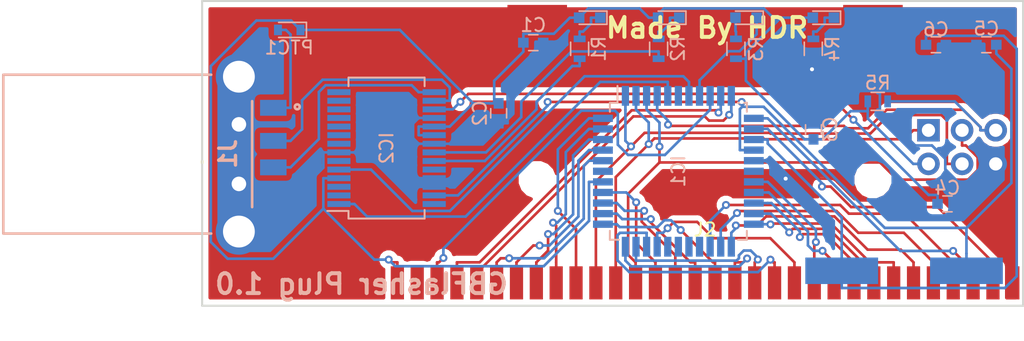
<source format=kicad_pcb>
(kicad_pcb (version 20171130) (host pcbnew "(5.0.2)-1")

  (general
    (thickness 0.8)
    (drawings 7)
    (tracks 541)
    (zones 0)
    (modules 22)
    (nets 49)
  )

  (page A4)
  (layers
    (0 F.Cu signal)
    (31 B.Cu signal)
    (32 B.Adhes user)
    (33 F.Adhes user)
    (34 B.Paste user)
    (35 F.Paste user)
    (36 B.SilkS user)
    (37 F.SilkS user)
    (38 B.Mask user)
    (39 F.Mask user)
    (40 Dwgs.User user)
    (41 Cmts.User user)
    (42 Eco1.User user)
    (43 Eco2.User user)
    (44 Edge.Cuts user)
    (45 Margin user)
    (46 B.CrtYd user)
    (47 F.CrtYd user)
    (48 B.Fab user)
    (49 F.Fab user)
  )

  (setup
    (last_trace_width 0.2)
    (trace_clearance 0.2)
    (zone_clearance 0.4)
    (zone_45_only no)
    (trace_min 0.2)
    (segment_width 0.2)
    (edge_width 0.2)
    (via_size 0.6)
    (via_drill 0.3)
    (via_min_size 0.4)
    (via_min_drill 0.3)
    (uvia_size 0.3)
    (uvia_drill 0.1)
    (uvias_allowed no)
    (uvia_min_size 0.2)
    (uvia_min_drill 0.1)
    (pcb_text_width 0.3)
    (pcb_text_size 1.5 1.5)
    (mod_edge_width 0.15)
    (mod_text_size 1 1)
    (mod_text_width 0.15)
    (pad_size 4.5 3.5)
    (pad_drill 0)
    (pad_to_mask_clearance 0.2)
    (solder_mask_min_width 0.25)
    (aux_axis_origin 0 0)
    (visible_elements 7FFFFFFF)
    (pcbplotparams
      (layerselection 0x010fc_ffffffff)
      (usegerberextensions false)
      (usegerberattributes false)
      (usegerberadvancedattributes false)
      (creategerberjobfile false)
      (excludeedgelayer true)
      (linewidth 0.100000)
      (plotframeref false)
      (viasonmask false)
      (mode 1)
      (useauxorigin false)
      (hpglpennumber 1)
      (hpglpenspeed 20)
      (hpglpendiameter 15.000000)
      (psnegative false)
      (psa4output false)
      (plotreference true)
      (plotvalue true)
      (plotinvisibletext false)
      (padsonsilk false)
      (subtractmaskfromsilk false)
      (outputformat 1)
      (mirror false)
      (drillshape 0)
      (scaleselection 1)
      (outputdirectory "MicroGerbers/"))
  )

  (net 0 "")
  (net 1 +5V)
  (net 2 /XIN)
  (net 3 "Net-(C6-Pad1)")
  (net 4 "Net-(IC3-Pad15)")
  (net 5 /A7)
  (net 6 /A6)
  (net 7 /A5)
  (net 8 /RESET)
  (net 9 "Net-(LED1-Pad1)")
  (net 10 "Net-(LED2-Pad1)")
  (net 11 "Net-(LED3-Pad2)")
  (net 12 "Net-(LED4-Pad1)")
  (net 13 "Net-(C4-Pad2)")
  (net 14 "Net-(IC1-Pad5)")
  (net 15 /TXLED)
  (net 16 /RXLED)
  (net 17 "Net-(IC1-Pad7)")
  (net 18 /A9)
  (net 19 /WR)
  (net 20 /RD)
  (net 21 /CS)
  (net 22 /A0)
  (net 23 /A1)
  (net 24 /A2)
  (net 25 /A3)
  (net 26 /A4)
  (net 27 /A8)
  (net 28 /A10)
  (net 29 /A11)
  (net 30 /A12)
  (net 31 /A13)
  (net 32 /A14)
  (net 33 /A15)
  (net 34 /D0)
  (net 35 /D1)
  (net 36 /D2)
  (net 37 /D3)
  (net 38 /D4)
  (net 39 /D5)
  (net 40 /D6)
  (net 41 /D7)
  (net 42 /RST)
  (net 43 /RWLED)
  (net 44 GND)
  (net 45 /SNDAIN)
  (net 46 "Net-(IC3-Pad16)")
  (net 47 "Net-(J2-Pad2)")
  (net 48 "Net-(J1-Pad1)")

  (net_class Default "This is the default net class."
    (clearance 0.2)
    (trace_width 0.2)
    (via_dia 0.6)
    (via_drill 0.3)
    (uvia_dia 0.3)
    (uvia_drill 0.1)
    (add_net +5V)
    (add_net /A0)
    (add_net /A1)
    (add_net /A10)
    (add_net /A11)
    (add_net /A12)
    (add_net /A13)
    (add_net /A14)
    (add_net /A15)
    (add_net /A2)
    (add_net /A3)
    (add_net /A4)
    (add_net /A5)
    (add_net /A6)
    (add_net /A7)
    (add_net /A8)
    (add_net /A9)
    (add_net /CS)
    (add_net /D0)
    (add_net /D1)
    (add_net /D2)
    (add_net /D3)
    (add_net /D4)
    (add_net /D5)
    (add_net /D6)
    (add_net /D7)
    (add_net /RD)
    (add_net /RESET)
    (add_net /RST)
    (add_net /RWLED)
    (add_net /RXLED)
    (add_net /SNDAIN)
    (add_net /TXLED)
    (add_net /WR)
    (add_net /XIN)
    (add_net GND)
    (add_net "Net-(C4-Pad2)")
    (add_net "Net-(C6-Pad1)")
    (add_net "Net-(IC1-Pad5)")
    (add_net "Net-(IC1-Pad7)")
    (add_net "Net-(IC3-Pad15)")
    (add_net "Net-(IC3-Pad16)")
    (add_net "Net-(J1-Pad1)")
    (add_net "Net-(J2-Pad2)")
    (add_net "Net-(LED1-Pad1)")
    (add_net "Net-(LED2-Pad1)")
    (add_net "Net-(LED3-Pad2)")
    (add_net "Net-(LED4-Pad1)")
  )

  (module Custom:0480372100 (layer B.Cu) (tedit 5CCC6843) (tstamp 5CB0FE08)
    (at 91.3003 60.8457 90)
    (descr 0480372100)
    (tags Connector)
    (path /5CB18AA0)
    (fp_text reference J1 (at 0.0254 16.9672 90) (layer B.SilkS)
      (effects (font (size 1.27 1.27) (thickness 0.254)) (justify mirror))
    )
    (fp_text value USB_B_Micro (at -0.321 5.702 90) (layer B.SilkS) hide
      (effects (font (size 1.27 1.27) (thickness 0.254)) (justify mirror))
    )
    (fp_line (start -6 18.8) (end 6 18.8) (layer Dwgs.User) (width 0.2))
    (fp_line (start 6 18.8) (end 6 0) (layer Dwgs.User) (width 0.2))
    (fp_line (start 6 0) (end -6 0) (layer Dwgs.User) (width 0.2))
    (fp_line (start -6 0) (end -6 18.8) (layer Dwgs.User) (width 0.2))
    (fp_line (start -5.931 0) (end 5.941 0) (layer B.SilkS) (width 0.2))
    (fp_line (start -6 0) (end -6 15.707) (layer B.SilkS) (width 0.2))
    (fp_line (start -4 18.8) (end 4 18.8) (layer B.SilkS) (width 0.2))
    (fp_line (start 6 0) (end 6 15.707) (layer B.SilkS) (width 0.2))
    (fp_circle (center 3.575 22.208) (end 3.575 22.126) (layer B.SilkS) (width 0.2))
    (pad 1 smd rect (at 3.5 20.4 90) (size 1.2 2) (layers B.Cu B.Paste B.Mask)
      (net 48 "Net-(J1-Pad1)"))
    (pad 2 smd rect (at 1 20.4 90) (size 1.2 2) (layers B.Cu B.Paste B.Mask)
      (net 46 "Net-(IC3-Pad16)"))
    (pad 3 smd rect (at -1 20.4 90) (size 1.2 2) (layers B.Cu B.Paste B.Mask)
      (net 4 "Net-(IC3-Pad15)"))
    (pad 4 smd rect (at -3.5 20.4 90) (size 1.2 2) (layers B.Cu B.Paste B.Mask)
      (net 44 GND))
    (pad 5 thru_hole circle (at -5.85 17.8 90) (size 3.5 3.5) (drill 2.4042) (layers *.Cu *.Mask)
      (net 44 GND))
    (pad 6 thru_hole circle (at 5.85 17.8 90) (size 3.5 3.5) (drill 2.4042) (layers *.Cu *.Mask)
      (net 44 GND))
    (pad 7 thru_hole circle (at 2.25 17.8 90) (size 1.65 1.65) (drill 1.1) (layers *.Cu *.Mask)
      (net 44 GND))
    (pad 8 thru_hole circle (at -2.25 17.8 90) (size 1.65 1.65) (drill 1.1) (layers *.Cu *.Mask)
      (net 44 GND))
  )

  (module Custom:DSL_Cartridge_Reader_Micro (layer F.Cu) (tedit 5CCC6A68) (tstamp 5CB0FE31)
    (at 144.323 64.8208)
    (descr "Game Boy cartridge slot, DealExtreme 37787")
    (tags "gameboy cartridge slot")
    (path /5C34DD28)
    (attr smd)
    (fp_text reference J2 (at 0 1.7272 180) (layer F.SilkS)
      (effects (font (size 1 1) (thickness 0.15)))
    )
    (fp_text value CartBus (at 0 -11) (layer F.Fab)
      (effects (font (size 1 1) (thickness 0.15)))
    )
    (fp_text user %R (at 0 -1) (layer F.Fab)
      (effects (font (size 2 2) (thickness 0.2)))
    )
    (pad 32 smd rect (at 23.25 5.75) (size 1 2.5) (layers F.Cu F.Paste F.Mask)
      (net 44 GND))
    (pad 31 smd rect (at 21.75 5.75) (size 1 2.5) (layers F.Cu F.Paste F.Mask)
      (net 45 /SNDAIN))
    (pad 30 smd rect (at 20.25 5.75) (size 1 2.5) (layers F.Cu F.Paste F.Mask)
      (net 42 /RST))
    (pad 29 smd rect (at 18.75 5.75) (size 1 2.5) (layers F.Cu F.Paste F.Mask)
      (net 41 /D7))
    (pad 28 smd rect (at 17.25 5.75) (size 1 2.5) (layers F.Cu F.Paste F.Mask)
      (net 40 /D6))
    (pad 27 smd rect (at 15.75 5.75) (size 1 2.5) (layers F.Cu F.Paste F.Mask)
      (net 39 /D5))
    (pad 26 smd rect (at 14.25 5.75) (size 1 2.5) (layers F.Cu F.Paste F.Mask)
      (net 38 /D4))
    (pad 25 smd rect (at 12.75 5.75) (size 1 2.5) (layers F.Cu F.Paste F.Mask)
      (net 37 /D3))
    (pad 24 smd rect (at 11.25 5.75) (size 1 2.5) (layers F.Cu F.Paste F.Mask)
      (net 36 /D2))
    (pad 23 smd rect (at 9.75 5.75) (size 1 2.5) (layers F.Cu F.Paste F.Mask)
      (net 35 /D1))
    (pad 22 smd rect (at 8.25 5.75) (size 1 2.5) (layers F.Cu F.Paste F.Mask)
      (net 34 /D0))
    (pad 21 smd rect (at 6.75 5.75) (size 1 2.5) (layers F.Cu F.Paste F.Mask)
      (net 33 /A15))
    (pad 20 smd rect (at 5.25 5.75) (size 1 2.5) (layers F.Cu F.Paste F.Mask)
      (net 32 /A14))
    (pad 19 smd rect (at 3.75 5.75) (size 1 2.5) (layers F.Cu F.Paste F.Mask)
      (net 31 /A13))
    (pad 18 smd rect (at 2.25 5.75) (size 1 2.5) (layers F.Cu F.Paste F.Mask)
      (net 30 /A12))
    (pad 17 smd rect (at 0.75 5.75) (size 1 2.5) (layers F.Cu F.Paste F.Mask)
      (net 29 /A11))
    (pad 16 smd rect (at -0.75 5.75) (size 1 2.5) (layers F.Cu F.Paste F.Mask)
      (net 28 /A10))
    (pad 14 smd rect (at -3.75 5.75) (size 1 2.5) (layers F.Cu F.Paste F.Mask)
      (net 27 /A8))
    (pad 13 smd rect (at -5.25 5.75) (size 1 2.5) (layers F.Cu F.Paste F.Mask)
      (net 5 /A7))
    (pad 12 smd rect (at -6.75 5.75) (size 1 2.5) (layers F.Cu F.Paste F.Mask)
      (net 6 /A6))
    (pad 11 smd rect (at -8.25 5.75) (size 1 2.5) (layers F.Cu F.Paste F.Mask)
      (net 7 /A5))
    (pad 10 smd rect (at -9.75 5.75) (size 1 2.5) (layers F.Cu F.Paste F.Mask)
      (net 26 /A4))
    (pad 9 smd rect (at -11.25 5.75) (size 1 2.5) (layers F.Cu F.Paste F.Mask)
      (net 25 /A3))
    (pad 8 smd rect (at -12.75 5.75) (size 1 2.5) (layers F.Cu F.Paste F.Mask)
      (net 24 /A2))
    (pad 7 smd rect (at -14.25 5.75) (size 1 2.5) (layers F.Cu F.Paste F.Mask)
      (net 23 /A1))
    (pad 6 smd rect (at -15.75 5.75) (size 1 2.5) (layers F.Cu F.Paste F.Mask)
      (net 22 /A0))
    (pad 5 smd rect (at -17.25 5.75) (size 1 2.5) (layers F.Cu F.Paste F.Mask)
      (net 21 /CS))
    (pad 4 smd rect (at -18.75 5.75) (size 1 2.5) (layers F.Cu F.Paste F.Mask)
      (net 20 /RD))
    (pad 3 smd rect (at -20.25 5.75) (size 1 2.5) (layers F.Cu F.Paste F.Mask)
      (net 19 /WR))
    (pad 2 smd rect (at -21.75 5.75) (size 1 2.5) (layers F.Cu F.Paste F.Mask)
      (net 47 "Net-(J2-Pad2)"))
    (pad 15 smd rect (at -2.25 5.75) (size 1 2.5) (layers F.Cu F.Paste F.Mask)
      (net 18 /A9))
    (pad 1 smd rect (at -23.25 5.75) (size 1 2.5) (layers F.Cu F.Paste F.Mask)
      (net 1 +5V))
    (pad GND smd rect (at -12.68204 -13.50016) (size 4.5 3.5) (layers F.Cu F.Paste F.Mask)
      (net 44 GND))
    (pad GND smd rect (at 12.68204 -13.50016) (size 4.5 3.5) (layers F.Cu F.Paste F.Mask)
      (net 44 GND))
    (pad "" np_thru_hole circle (at 12.68204 -2.04724) (size 2 2) (drill 2) (layers *.Cu *.Mask))
    (pad "" np_thru_hole circle (at -12.68204 -2.04724) (size 2 2) (drill 2) (layers *.Cu *.Mask))
    (model ${KISYS3DMOD}/Gekkio_Connector_PCBEdge.3dshapes/GameBoy_Cartridge_DX-37787_1x32_P1.50mm_Socket_Horizontal.wrl
      (at (xyz 0 0 0))
      (scale (xyz 1 1 1))
      (rotate (xyz 0 0 0))
    )
  )

  (module Custom:ECS-60-32-5PXDN-TR (layer B.Cu) (tedit 5CA97A6C) (tstamp 5C37E5EC)
    (at 157.558 69.6595 180)
    (descr "SMD Crystal SERIES SMD0603/2 http://www.petermann-technik.de/fileadmin/petermann/pdf/SMD0603-2.pdf, hand-soldering, 6.0x3.5mm^2 package")
    (tags "SMD SMT crystal hand-soldering")
    (path /5C43B5B8)
    (attr smd)
    (fp_text reference XTAL1 (at 0 2.95 180) (layer B.SilkS) hide
      (effects (font (size 1 1) (thickness 0.15)) (justify mirror))
    )
    (fp_text value 6MHz (at 0 -2.95 180) (layer B.Fab)
      (effects (font (size 1 1) (thickness 0.15)) (justify mirror))
    )
    (pad 2 smd rect (at 2.9125 0 180) (size 5.5 2) (layers B.Cu B.Paste B.Mask)
      (net 3 "Net-(C6-Pad1)"))
    (pad 1 smd rect (at -6.513 0 180) (size 5.5 2) (layers B.Cu B.Paste B.Mask)
      (net 2 /XIN))
    (model ${KISYS3DMOD}/Crystals.3dshapes/Crystal_SMD_0603-2pin_6.0x3.5mm_HandSoldering.wrl
      (at (xyz 0 0 0))
      (scale (xyz 1 1 1))
      (rotate (xyz 0 0 0))
    )
  )

  (module Custom:Pin_Header_Angled_2x03_Pitch2.54mm (layer B.Cu) (tedit 5C375F91) (tstamp 5C380EE8)
    (at 161.201 59.0423 270)
    (descr "Through hole angled pin header, 2x03, 2.54mm pitch, 6mm pin length, double rows")
    (tags "Through hole angled pin header THT 2x03 2.54mm double row")
    (path /5C452579)
    (fp_text reference JP1 (at 0.762 2.794 270) (layer B.SilkS) hide
      (effects (font (size 1 1) (thickness 0.15)) (justify mirror))
    )
    (fp_text value Conn_02x03_Odd_Even (at 7.3604 -6.1035 270) (layer B.Fab)
      (effects (font (size 1 1) (thickness 0.15)) (justify mirror))
    )
    (fp_line (start -0.32 -4.76) (end -0.32 -5.4) (layer B.Fab) (width 0.1))
    (fp_line (start -0.32 -2.22) (end -0.32 -2.86) (layer B.Fab) (width 0.1))
    (fp_line (start -0.32 0.32) (end -0.32 -0.32) (layer B.Fab) (width 0.1))
    (pad 6 thru_hole oval (at 2.54 -5.08 270) (size 1.7 1.7) (drill 1) (layers *.Cu *.Mask)
      (net 44 GND))
    (pad 5 thru_hole oval (at 0 -5.08 270) (size 1.7 1.7) (drill 1) (layers *.Cu *.Mask)
      (net 8 /RESET))
    (pad 4 thru_hole oval (at 2.54 -2.54 270) (size 1.7 1.7) (drill 1) (layers *.Cu *.Mask)
      (net 7 /A5))
    (pad 3 thru_hole oval (at 0 -2.54 270) (size 1.7 1.7) (drill 1) (layers *.Cu *.Mask)
      (net 5 /A7))
    (pad 2 thru_hole oval (at 2.54 0 270) (size 1.7 1.7) (drill 1) (layers *.Cu *.Mask)
      (net 1 +5V))
    (pad 1 thru_hole rect (at 0 0 270) (size 1.7 1.7) (drill 1) (layers *.Cu *.Mask)
      (net 6 /A6))
    (model ${KISYS3DMOD}/Pin_Headers.3dshapes/Pin_Header_Angled_2x03_Pitch2.54mm.wrl
      (at (xyz 0 0 0))
      (scale (xyz 1 1 1))
      (rotate (xyz 0 0 0))
    )
  )

  (module Capacitors_SMD:C_0603 (layer B.Cu) (tedit 5C796B98) (tstamp 5C350C32)
    (at 131.343 52.4256)
    (descr "Capacitor SMD 0603, reflow soldering, AVX (see smccp.pdf)")
    (tags "capacitor 0603")
    (path /5C437106)
    (attr smd)
    (fp_text reference C1 (at 0 -1.3335) (layer B.SilkS)
      (effects (font (size 1 1) (thickness 0.15)) (justify mirror))
    )
    (fp_text value 0.1uF (at 0 -1.5) (layer B.Fab)
      (effects (font (size 1 1) (thickness 0.15)) (justify mirror))
    )
    (fp_line (start 1.4 -0.65) (end -1.4 -0.65) (layer B.CrtYd) (width 0.05))
    (fp_line (start 1.4 -0.65) (end 1.4 0.65) (layer B.CrtYd) (width 0.05))
    (fp_line (start -1.4 0.65) (end -1.4 -0.65) (layer B.CrtYd) (width 0.05))
    (fp_line (start -1.4 0.65) (end 1.4 0.65) (layer B.CrtYd) (width 0.05))
    (fp_line (start 0.35 -0.6) (end -0.35 -0.6) (layer B.SilkS) (width 0.12))
    (fp_line (start -0.35 0.6) (end 0.35 0.6) (layer B.SilkS) (width 0.12))
    (fp_line (start -0.8 0.4) (end 0.8 0.4) (layer B.Fab) (width 0.1))
    (fp_line (start 0.8 0.4) (end 0.8 -0.4) (layer B.Fab) (width 0.1))
    (fp_line (start 0.8 -0.4) (end -0.8 -0.4) (layer B.Fab) (width 0.1))
    (fp_line (start -0.8 -0.4) (end -0.8 0.4) (layer B.Fab) (width 0.1))
    (fp_text user %R (at 0.114999 -0.027999) (layer B.Fab)
      (effects (font (size 0.3 0.3) (thickness 0.075)) (justify mirror))
    )
    (pad 2 smd rect (at 0.75 0) (size 0.8 0.75) (layers B.Cu B.Paste B.Mask)
      (net 44 GND))
    (pad 1 smd rect (at -0.75 0) (size 0.8 0.75) (layers B.Cu B.Paste B.Mask)
      (net 1 +5V))
    (model Capacitors_SMD.3dshapes/C_0603.wrl
      (at (xyz 0 0 0))
      (scale (xyz 1 1 1))
      (rotate (xyz 0 0 0))
    )
  )

  (module Capacitors_SMD:C_0603 (layer B.Cu) (tedit 59958EE7) (tstamp 5C350C43)
    (at 128.727 57.7596 270)
    (descr "Capacitor SMD 0603, reflow soldering, AVX (see smccp.pdf)")
    (tags "capacitor 0603")
    (path /5C42BCE5)
    (attr smd)
    (fp_text reference C2 (at 0 1.4224 270) (layer B.SilkS)
      (effects (font (size 1 1) (thickness 0.15)) (justify mirror))
    )
    (fp_text value 0.1uF (at 0 -1.5 270) (layer B.Fab)
      (effects (font (size 1 1) (thickness 0.15)) (justify mirror))
    )
    (fp_line (start 1.4 -0.65) (end -1.4 -0.65) (layer B.CrtYd) (width 0.05))
    (fp_line (start 1.4 -0.65) (end 1.4 0.65) (layer B.CrtYd) (width 0.05))
    (fp_line (start -1.4 0.65) (end -1.4 -0.65) (layer B.CrtYd) (width 0.05))
    (fp_line (start -1.4 0.65) (end 1.4 0.65) (layer B.CrtYd) (width 0.05))
    (fp_line (start 0.35 -0.6) (end -0.35 -0.6) (layer B.SilkS) (width 0.12))
    (fp_line (start -0.35 0.6) (end 0.35 0.6) (layer B.SilkS) (width 0.12))
    (fp_line (start -0.8 0.4) (end 0.8 0.4) (layer B.Fab) (width 0.1))
    (fp_line (start 0.8 0.4) (end 0.8 -0.4) (layer B.Fab) (width 0.1))
    (fp_line (start 0.8 -0.4) (end -0.8 -0.4) (layer B.Fab) (width 0.1))
    (fp_line (start -0.8 -0.4) (end -0.8 0.4) (layer B.Fab) (width 0.1))
    (fp_text user %R (at 0 0 270) (layer B.Fab)
      (effects (font (size 0.3 0.3) (thickness 0.075)) (justify mirror))
    )
    (pad 2 smd rect (at 0.75 0 270) (size 0.8 0.75) (layers B.Cu B.Paste B.Mask)
      (net 44 GND))
    (pad 1 smd rect (at -0.75 0 270) (size 0.8 0.75) (layers B.Cu B.Paste B.Mask)
      (net 1 +5V))
    (model Capacitors_SMD.3dshapes/C_0603.wrl
      (at (xyz 0 0 0))
      (scale (xyz 1 1 1))
      (rotate (xyz 0 0 0))
    )
  )

  (module Capacitors_SMD:C_0603 (layer B.Cu) (tedit 59958EE7) (tstamp 5C350C54)
    (at 152.514 58.9788 90)
    (descr "Capacitor SMD 0603, reflow soldering, AVX (see smccp.pdf)")
    (tags "capacitor 0603")
    (path /5C4245CA)
    (attr smd)
    (fp_text reference C3 (at 0 1.27 90) (layer B.SilkS)
      (effects (font (size 1 1) (thickness 0.15)) (justify mirror))
    )
    (fp_text value 10uF (at 0 -1.5 90) (layer B.Fab)
      (effects (font (size 1 1) (thickness 0.15)) (justify mirror))
    )
    (fp_line (start 1.4 -0.65) (end -1.4 -0.65) (layer B.CrtYd) (width 0.05))
    (fp_line (start 1.4 -0.65) (end 1.4 0.65) (layer B.CrtYd) (width 0.05))
    (fp_line (start -1.4 0.65) (end -1.4 -0.65) (layer B.CrtYd) (width 0.05))
    (fp_line (start -1.4 0.65) (end 1.4 0.65) (layer B.CrtYd) (width 0.05))
    (fp_line (start 0.35 -0.6) (end -0.35 -0.6) (layer B.SilkS) (width 0.12))
    (fp_line (start -0.35 0.6) (end 0.35 0.6) (layer B.SilkS) (width 0.12))
    (fp_line (start -0.8 0.4) (end 0.8 0.4) (layer B.Fab) (width 0.1))
    (fp_line (start 0.8 0.4) (end 0.8 -0.4) (layer B.Fab) (width 0.1))
    (fp_line (start 0.8 -0.4) (end -0.8 -0.4) (layer B.Fab) (width 0.1))
    (fp_line (start -0.8 -0.4) (end -0.8 0.4) (layer B.Fab) (width 0.1))
    (fp_text user %R (at 0 0 90) (layer B.Fab)
      (effects (font (size 0.3 0.3) (thickness 0.075)) (justify mirror))
    )
    (pad 2 smd rect (at 0.75 0 90) (size 0.8 0.75) (layers B.Cu B.Paste B.Mask)
      (net 44 GND))
    (pad 1 smd rect (at -0.75 0 90) (size 0.8 0.75) (layers B.Cu B.Paste B.Mask)
      (net 1 +5V))
    (model Capacitors_SMD.3dshapes/C_0603.wrl
      (at (xyz 0 0 0))
      (scale (xyz 1 1 1))
      (rotate (xyz 0 0 0))
    )
  )

  (module Capacitors_SMD:C_0603 (layer B.Cu) (tedit 59958EE7) (tstamp 5C350C65)
    (at 162.636 64.6049 180)
    (descr "Capacitor SMD 0603, reflow soldering, AVX (see smccp.pdf)")
    (tags "capacitor 0603")
    (path /5C403F17)
    (attr smd)
    (fp_text reference C4 (at 0.012 1.2065 180) (layer B.SilkS)
      (effects (font (size 1 1) (thickness 0.15)) (justify mirror))
    )
    (fp_text value 0.1uF (at 0 -1.5 180) (layer B.Fab)
      (effects (font (size 1 1) (thickness 0.15)) (justify mirror))
    )
    (fp_text user %R (at 0 0 180) (layer B.Fab)
      (effects (font (size 0.3 0.3) (thickness 0.075)) (justify mirror))
    )
    (fp_line (start -0.8 -0.4) (end -0.8 0.4) (layer B.Fab) (width 0.1))
    (fp_line (start 0.8 -0.4) (end -0.8 -0.4) (layer B.Fab) (width 0.1))
    (fp_line (start 0.8 0.4) (end 0.8 -0.4) (layer B.Fab) (width 0.1))
    (fp_line (start -0.8 0.4) (end 0.8 0.4) (layer B.Fab) (width 0.1))
    (fp_line (start -0.35 0.6) (end 0.35 0.6) (layer B.SilkS) (width 0.12))
    (fp_line (start 0.35 -0.6) (end -0.35 -0.6) (layer B.SilkS) (width 0.12))
    (fp_line (start -1.4 0.65) (end 1.4 0.65) (layer B.CrtYd) (width 0.05))
    (fp_line (start -1.4 0.65) (end -1.4 -0.65) (layer B.CrtYd) (width 0.05))
    (fp_line (start 1.4 -0.65) (end 1.4 0.65) (layer B.CrtYd) (width 0.05))
    (fp_line (start 1.4 -0.65) (end -1.4 -0.65) (layer B.CrtYd) (width 0.05))
    (pad 1 smd rect (at -0.75 0 180) (size 0.8 0.75) (layers B.Cu B.Paste B.Mask)
      (net 44 GND))
    (pad 2 smd rect (at 0.75 0 180) (size 0.8 0.75) (layers B.Cu B.Paste B.Mask)
      (net 13 "Net-(C4-Pad2)"))
    (model Capacitors_SMD.3dshapes/C_0603.wrl
      (at (xyz 0 0 0))
      (scale (xyz 1 1 1))
      (rotate (xyz 0 0 0))
    )
  )

  (module Capacitors_SMD:C_0603 (layer B.Cu) (tedit 59958EE7) (tstamp 5C350C76)
    (at 165.577 52.5814 180)
    (descr "Capacitor SMD 0603, reflow soldering, AVX (see smccp.pdf)")
    (tags "capacitor 0603")
    (path /5C44CF09)
    (attr smd)
    (fp_text reference C5 (at 0 1.2192 180) (layer B.SilkS)
      (effects (font (size 1 1) (thickness 0.15)) (justify mirror))
    )
    (fp_text value 22pF (at 0 -1.5 180) (layer B.Fab)
      (effects (font (size 1 1) (thickness 0.15)) (justify mirror))
    )
    (fp_line (start 1.4 -0.65) (end -1.4 -0.65) (layer B.CrtYd) (width 0.05))
    (fp_line (start 1.4 -0.65) (end 1.4 0.65) (layer B.CrtYd) (width 0.05))
    (fp_line (start -1.4 0.65) (end -1.4 -0.65) (layer B.CrtYd) (width 0.05))
    (fp_line (start -1.4 0.65) (end 1.4 0.65) (layer B.CrtYd) (width 0.05))
    (fp_line (start 0.35 -0.6) (end -0.35 -0.6) (layer B.SilkS) (width 0.12))
    (fp_line (start -0.35 0.6) (end 0.35 0.6) (layer B.SilkS) (width 0.12))
    (fp_line (start -0.8 0.4) (end 0.8 0.4) (layer B.Fab) (width 0.1))
    (fp_line (start 0.8 0.4) (end 0.8 -0.4) (layer B.Fab) (width 0.1))
    (fp_line (start 0.8 -0.4) (end -0.8 -0.4) (layer B.Fab) (width 0.1))
    (fp_line (start -0.8 -0.4) (end -0.8 0.4) (layer B.Fab) (width 0.1))
    (fp_text user %R (at 0 0 180) (layer B.Fab)
      (effects (font (size 0.3 0.3) (thickness 0.075)) (justify mirror))
    )
    (pad 2 smd rect (at 0.75 0 180) (size 0.8 0.75) (layers B.Cu B.Paste B.Mask)
      (net 44 GND))
    (pad 1 smd rect (at -0.75 0 180) (size 0.8 0.75) (layers B.Cu B.Paste B.Mask)
      (net 2 /XIN))
    (model Capacitors_SMD.3dshapes/C_0603.wrl
      (at (xyz 0 0 0))
      (scale (xyz 1 1 1))
      (rotate (xyz 0 0 0))
    )
  )

  (module Capacitors_SMD:C_0603 (layer B.Cu) (tedit 59958EE7) (tstamp 5C350C87)
    (at 161.767 52.5814)
    (descr "Capacitor SMD 0603, reflow soldering, AVX (see smccp.pdf)")
    (tags "capacitor 0603")
    (path /5C44CF77)
    (attr smd)
    (fp_text reference C6 (at 0 -1.1684) (layer B.SilkS)
      (effects (font (size 1 1) (thickness 0.15)) (justify mirror))
    )
    (fp_text value 22pF (at 0 -1.5) (layer B.Fab)
      (effects (font (size 1 1) (thickness 0.15)) (justify mirror))
    )
    (fp_text user %R (at 0 0) (layer B.Fab)
      (effects (font (size 0.3 0.3) (thickness 0.075)) (justify mirror))
    )
    (fp_line (start -0.8 -0.4) (end -0.8 0.4) (layer B.Fab) (width 0.1))
    (fp_line (start 0.8 -0.4) (end -0.8 -0.4) (layer B.Fab) (width 0.1))
    (fp_line (start 0.8 0.4) (end 0.8 -0.4) (layer B.Fab) (width 0.1))
    (fp_line (start -0.8 0.4) (end 0.8 0.4) (layer B.Fab) (width 0.1))
    (fp_line (start -0.35 0.6) (end 0.35 0.6) (layer B.SilkS) (width 0.12))
    (fp_line (start 0.35 -0.6) (end -0.35 -0.6) (layer B.SilkS) (width 0.12))
    (fp_line (start -1.4 0.65) (end 1.4 0.65) (layer B.CrtYd) (width 0.05))
    (fp_line (start -1.4 0.65) (end -1.4 -0.65) (layer B.CrtYd) (width 0.05))
    (fp_line (start 1.4 -0.65) (end 1.4 0.65) (layer B.CrtYd) (width 0.05))
    (fp_line (start 1.4 -0.65) (end -1.4 -0.65) (layer B.CrtYd) (width 0.05))
    (pad 1 smd rect (at -0.75 0) (size 0.8 0.75) (layers B.Cu B.Paste B.Mask)
      (net 3 "Net-(C6-Pad1)"))
    (pad 2 smd rect (at 0.75 0) (size 0.8 0.75) (layers B.Cu B.Paste B.Mask)
      (net 44 GND))
    (model Capacitors_SMD.3dshapes/C_0603.wrl
      (at (xyz 0 0 0))
      (scale (xyz 1 1 1))
      (rotate (xyz 0 0 0))
    )
  )

  (module LEDs:LED_0603 (layer B.Cu) (tedit 5C376399) (tstamp 5C350D3B)
    (at 135.607 50.5379 180)
    (descr "LED 0603 smd package")
    (tags "LED led 0603 SMD smd SMT smt smdled SMDLED smtled SMTLED")
    (path /5C3B1FE4)
    (attr smd)
    (fp_text reference LED1 (at 0 1.25 180) (layer B.SilkS) hide
      (effects (font (size 1 1) (thickness 0.15)) (justify mirror))
    )
    (fp_text value LED (at 0 -1.35 180) (layer B.Fab)
      (effects (font (size 1 1) (thickness 0.15)) (justify mirror))
    )
    (fp_line (start -1.45 0.65) (end 1.45 0.65) (layer B.CrtYd) (width 0.05))
    (fp_line (start -1.45 -0.65) (end -1.45 0.65) (layer B.CrtYd) (width 0.05))
    (fp_line (start 1.45 -0.65) (end -1.45 -0.65) (layer B.CrtYd) (width 0.05))
    (fp_line (start 1.45 0.65) (end 1.45 -0.65) (layer B.CrtYd) (width 0.05))
    (fp_line (start -1.3 0.5) (end 0.8 0.5) (layer B.SilkS) (width 0.12))
    (fp_line (start -1.3 -0.5) (end 0.8 -0.5) (layer B.SilkS) (width 0.12))
    (fp_line (start -0.8 -0.4) (end -0.8 0.4) (layer B.Fab) (width 0.1))
    (fp_line (start -0.8 0.4) (end 0.8 0.4) (layer B.Fab) (width 0.1))
    (fp_line (start 0.8 0.4) (end 0.8 -0.4) (layer B.Fab) (width 0.1))
    (fp_line (start 0.8 -0.4) (end -0.8 -0.4) (layer B.Fab) (width 0.1))
    (fp_line (start 0.15 0.2) (end 0.15 -0.2) (layer B.Fab) (width 0.1))
    (fp_line (start 0.15 -0.2) (end -0.15 0) (layer B.Fab) (width 0.1))
    (fp_line (start -0.15 0) (end 0.15 0.2) (layer B.Fab) (width 0.1))
    (fp_line (start -0.2 0.2) (end -0.2 -0.2) (layer B.Fab) (width 0.1))
    (fp_line (start -1.3 0.5) (end -1.3 -0.5) (layer B.SilkS) (width 0.12))
    (pad 1 smd rect (at -0.8 0) (size 0.8 0.8) (layers B.Cu B.Paste B.Mask)
      (net 9 "Net-(LED1-Pad1)"))
    (pad 2 smd rect (at 0.8 0) (size 0.8 0.8) (layers B.Cu B.Paste B.Mask)
      (net 1 +5V))
    (model ${KISYS3DMOD}/LEDs.3dshapes/LED_0603.wrl
      (at (xyz 0 0 0))
      (scale (xyz 1 1 1))
      (rotate (xyz 0 0 180))
    )
  )

  (module LEDs:LED_0603 (layer B.Cu) (tedit 5C37639E) (tstamp 5C350D50)
    (at 141.576 50.5379 180)
    (descr "LED 0603 smd package")
    (tags "LED led 0603 SMD smd SMT smt smdled SMDLED smtled SMTLED")
    (path /5C3C5EB2)
    (attr smd)
    (fp_text reference LED2 (at 0 1.25 180) (layer B.SilkS) hide
      (effects (font (size 1 1) (thickness 0.15)) (justify mirror))
    )
    (fp_text value LED (at 0 -1.35 180) (layer B.Fab)
      (effects (font (size 1 1) (thickness 0.15)) (justify mirror))
    )
    (fp_line (start -1.45 0.65) (end 1.45 0.65) (layer B.CrtYd) (width 0.05))
    (fp_line (start -1.45 -0.65) (end -1.45 0.65) (layer B.CrtYd) (width 0.05))
    (fp_line (start 1.45 -0.65) (end -1.45 -0.65) (layer B.CrtYd) (width 0.05))
    (fp_line (start 1.45 0.65) (end 1.45 -0.65) (layer B.CrtYd) (width 0.05))
    (fp_line (start -1.3 0.5) (end 0.8 0.5) (layer B.SilkS) (width 0.12))
    (fp_line (start -1.3 -0.5) (end 0.8 -0.5) (layer B.SilkS) (width 0.12))
    (fp_line (start -0.8 -0.4) (end -0.8 0.4) (layer B.Fab) (width 0.1))
    (fp_line (start -0.8 0.4) (end 0.8 0.4) (layer B.Fab) (width 0.1))
    (fp_line (start 0.8 0.4) (end 0.8 -0.4) (layer B.Fab) (width 0.1))
    (fp_line (start 0.8 -0.4) (end -0.8 -0.4) (layer B.Fab) (width 0.1))
    (fp_line (start 0.15 0.2) (end 0.15 -0.2) (layer B.Fab) (width 0.1))
    (fp_line (start 0.15 -0.2) (end -0.15 0) (layer B.Fab) (width 0.1))
    (fp_line (start -0.15 0) (end 0.15 0.2) (layer B.Fab) (width 0.1))
    (fp_line (start -0.2 0.2) (end -0.2 -0.2) (layer B.Fab) (width 0.1))
    (fp_line (start -1.3 0.5) (end -1.3 -0.5) (layer B.SilkS) (width 0.12))
    (pad 1 smd rect (at -0.8 0) (size 0.8 0.8) (layers B.Cu B.Paste B.Mask)
      (net 10 "Net-(LED2-Pad1)"))
    (pad 2 smd rect (at 0.8 0) (size 0.8 0.8) (layers B.Cu B.Paste B.Mask)
      (net 1 +5V))
    (model ${KISYS3DMOD}/LEDs.3dshapes/LED_0603.wrl
      (at (xyz 0 0 0))
      (scale (xyz 1 1 1))
      (rotate (xyz 0 0 180))
    )
  )

  (module LEDs:LED_0603 (layer B.Cu) (tedit 5C3763A3) (tstamp 5C375C73)
    (at 147.418 50.5379 180)
    (descr "LED 0603 smd package")
    (tags "LED led 0603 SMD smd SMT smt smdled SMDLED smtled SMTLED")
    (path /5C3B886E)
    (attr smd)
    (fp_text reference LED3 (at 0 1.25 180) (layer B.SilkS) hide
      (effects (font (size 1 1) (thickness 0.15)) (justify mirror))
    )
    (fp_text value LED (at 0 -1.35 180) (layer B.Fab)
      (effects (font (size 1 1) (thickness 0.15)) (justify mirror))
    )
    (fp_line (start -1.3 0.5) (end -1.3 -0.5) (layer B.SilkS) (width 0.12))
    (fp_line (start -0.2 0.2) (end -0.2 -0.2) (layer B.Fab) (width 0.1))
    (fp_line (start -0.15 0) (end 0.15 0.2) (layer B.Fab) (width 0.1))
    (fp_line (start 0.15 -0.2) (end -0.15 0) (layer B.Fab) (width 0.1))
    (fp_line (start 0.15 0.2) (end 0.15 -0.2) (layer B.Fab) (width 0.1))
    (fp_line (start 0.8 -0.4) (end -0.8 -0.4) (layer B.Fab) (width 0.1))
    (fp_line (start 0.8 0.4) (end 0.8 -0.4) (layer B.Fab) (width 0.1))
    (fp_line (start -0.8 0.4) (end 0.8 0.4) (layer B.Fab) (width 0.1))
    (fp_line (start -0.8 -0.4) (end -0.8 0.4) (layer B.Fab) (width 0.1))
    (fp_line (start -1.3 -0.5) (end 0.8 -0.5) (layer B.SilkS) (width 0.12))
    (fp_line (start -1.3 0.5) (end 0.8 0.5) (layer B.SilkS) (width 0.12))
    (fp_line (start 1.45 0.65) (end 1.45 -0.65) (layer B.CrtYd) (width 0.05))
    (fp_line (start 1.45 -0.65) (end -1.45 -0.65) (layer B.CrtYd) (width 0.05))
    (fp_line (start -1.45 -0.65) (end -1.45 0.65) (layer B.CrtYd) (width 0.05))
    (fp_line (start -1.45 0.65) (end 1.45 0.65) (layer B.CrtYd) (width 0.05))
    (pad 2 smd rect (at 0.8 0) (size 0.8 0.8) (layers B.Cu B.Paste B.Mask)
      (net 11 "Net-(LED3-Pad2)"))
    (pad 1 smd rect (at -0.8 0) (size 0.8 0.8) (layers B.Cu B.Paste B.Mask)
      (net 43 /RWLED))
    (model ${KISYS3DMOD}/LEDs.3dshapes/LED_0603.wrl
      (at (xyz 0 0 0))
      (scale (xyz 1 1 1))
      (rotate (xyz 0 0 180))
    )
  )

  (module LEDs:LED_0603 (layer B.Cu) (tedit 5CA97E91) (tstamp 5C350D7A)
    (at 153.26 50.5379 180)
    (descr "LED 0603 smd package")
    (tags "LED led 0603 SMD smd SMT smt smdled SMDLED smtled SMTLED")
    (path /5C3B1ECB)
    (attr smd)
    (fp_text reference LED4 (at 0 1.25 180) (layer B.SilkS) hide
      (effects (font (size 1 1) (thickness 0.15)) (justify mirror))
    )
    (fp_text value LED (at 0 -1.35 180) (layer B.Fab) hide
      (effects (font (size 1 1) (thickness 0.15)) (justify mirror))
    )
    (fp_line (start -1.3 0.5) (end -1.3 -0.5) (layer B.SilkS) (width 0.12))
    (fp_line (start -0.2 0.2) (end -0.2 -0.2) (layer B.Fab) (width 0.1))
    (fp_line (start -0.15 0) (end 0.15 0.2) (layer B.Fab) (width 0.1))
    (fp_line (start 0.15 -0.2) (end -0.15 0) (layer B.Fab) (width 0.1))
    (fp_line (start 0.15 0.2) (end 0.15 -0.2) (layer B.Fab) (width 0.1))
    (fp_line (start 0.8 -0.4) (end -0.8 -0.4) (layer B.Fab) (width 0.1))
    (fp_line (start 0.8 0.4) (end 0.8 -0.4) (layer B.Fab) (width 0.1))
    (fp_line (start -0.8 0.4) (end 0.8 0.4) (layer B.Fab) (width 0.1))
    (fp_line (start -0.8 -0.4) (end -0.8 0.4) (layer B.Fab) (width 0.1))
    (fp_line (start -1.3 -0.5) (end 0.8 -0.5) (layer B.SilkS) (width 0.12))
    (fp_line (start -1.3 0.5) (end 0.8 0.5) (layer B.SilkS) (width 0.12))
    (fp_line (start 1.45 0.65) (end 1.45 -0.65) (layer B.CrtYd) (width 0.05))
    (fp_line (start 1.45 -0.65) (end -1.45 -0.65) (layer B.CrtYd) (width 0.05))
    (fp_line (start -1.45 -0.65) (end -1.45 0.65) (layer B.CrtYd) (width 0.05))
    (fp_line (start -1.45 0.65) (end 1.45 0.65) (layer B.CrtYd) (width 0.05))
    (pad 2 smd rect (at 0.8 0) (size 0.8 0.8) (layers B.Cu B.Paste B.Mask)
      (net 1 +5V))
    (pad 1 smd rect (at -0.8 0) (size 0.8 0.8) (layers B.Cu B.Paste B.Mask)
      (net 12 "Net-(LED4-Pad1)"))
    (model ${KISYS3DMOD}/LEDs.3dshapes/LED_0603.wrl
      (at (xyz 0 0 0))
      (scale (xyz 1 1 1))
      (rotate (xyz 0 0 180))
    )
  )

  (module Resistors_SMD:R_0603 (layer B.Cu) (tedit 58E0A804) (tstamp 5C350DA3)
    (at 134.845 52.8874 90)
    (descr "Resistor SMD 0603, reflow soldering, Vishay (see dcrcw.pdf)")
    (tags "resistor 0603")
    (path /5C3D305E)
    (attr smd)
    (fp_text reference R1 (at 0 1.45 90) (layer B.SilkS)
      (effects (font (size 1 1) (thickness 0.15)) (justify mirror))
    )
    (fp_text value 1K (at 0 -1.5 90) (layer B.Fab)
      (effects (font (size 1 1) (thickness 0.15)) (justify mirror))
    )
    (fp_text user %R (at 0 0 90) (layer B.Fab)
      (effects (font (size 0.4 0.4) (thickness 0.075)) (justify mirror))
    )
    (fp_line (start -0.8 -0.4) (end -0.8 0.4) (layer B.Fab) (width 0.1))
    (fp_line (start 0.8 -0.4) (end -0.8 -0.4) (layer B.Fab) (width 0.1))
    (fp_line (start 0.8 0.4) (end 0.8 -0.4) (layer B.Fab) (width 0.1))
    (fp_line (start -0.8 0.4) (end 0.8 0.4) (layer B.Fab) (width 0.1))
    (fp_line (start 0.5 -0.68) (end -0.5 -0.68) (layer B.SilkS) (width 0.12))
    (fp_line (start -0.5 0.68) (end 0.5 0.68) (layer B.SilkS) (width 0.12))
    (fp_line (start -1.25 0.7) (end 1.25 0.7) (layer B.CrtYd) (width 0.05))
    (fp_line (start -1.25 0.7) (end -1.25 -0.7) (layer B.CrtYd) (width 0.05))
    (fp_line (start 1.25 -0.7) (end 1.25 0.7) (layer B.CrtYd) (width 0.05))
    (fp_line (start 1.25 -0.7) (end -1.25 -0.7) (layer B.CrtYd) (width 0.05))
    (pad 1 smd rect (at -0.75 0 90) (size 0.5 0.9) (layers B.Cu B.Paste B.Mask)
      (net 15 /TXLED))
    (pad 2 smd rect (at 0.75 0 90) (size 0.5 0.9) (layers B.Cu B.Paste B.Mask)
      (net 9 "Net-(LED1-Pad1)"))
    (model ${KISYS3DMOD}/Resistors_SMD.3dshapes/R_0603.wrl
      (at (xyz 0 0 0))
      (scale (xyz 1 1 1))
      (rotate (xyz 0 0 0))
    )
  )

  (module Resistors_SMD:R_0603 (layer B.Cu) (tedit 58E0A804) (tstamp 5C350DB4)
    (at 140.814 52.8874 90)
    (descr "Resistor SMD 0603, reflow soldering, Vishay (see dcrcw.pdf)")
    (tags "resistor 0603")
    (path /5C3D98CE)
    (attr smd)
    (fp_text reference R2 (at 0 1.45 90) (layer B.SilkS)
      (effects (font (size 1 1) (thickness 0.15)) (justify mirror))
    )
    (fp_text value 1K (at 0 -1.5 90) (layer B.Fab)
      (effects (font (size 1 1) (thickness 0.15)) (justify mirror))
    )
    (fp_line (start 1.25 -0.7) (end -1.25 -0.7) (layer B.CrtYd) (width 0.05))
    (fp_line (start 1.25 -0.7) (end 1.25 0.7) (layer B.CrtYd) (width 0.05))
    (fp_line (start -1.25 0.7) (end -1.25 -0.7) (layer B.CrtYd) (width 0.05))
    (fp_line (start -1.25 0.7) (end 1.25 0.7) (layer B.CrtYd) (width 0.05))
    (fp_line (start -0.5 0.68) (end 0.5 0.68) (layer B.SilkS) (width 0.12))
    (fp_line (start 0.5 -0.68) (end -0.5 -0.68) (layer B.SilkS) (width 0.12))
    (fp_line (start -0.8 0.4) (end 0.8 0.4) (layer B.Fab) (width 0.1))
    (fp_line (start 0.8 0.4) (end 0.8 -0.4) (layer B.Fab) (width 0.1))
    (fp_line (start 0.8 -0.4) (end -0.8 -0.4) (layer B.Fab) (width 0.1))
    (fp_line (start -0.8 -0.4) (end -0.8 0.4) (layer B.Fab) (width 0.1))
    (fp_text user %R (at 0 0 90) (layer B.Fab)
      (effects (font (size 0.4 0.4) (thickness 0.075)) (justify mirror))
    )
    (pad 2 smd rect (at 0.75 0 90) (size 0.5 0.9) (layers B.Cu B.Paste B.Mask)
      (net 10 "Net-(LED2-Pad1)"))
    (pad 1 smd rect (at -0.75 0 90) (size 0.5 0.9) (layers B.Cu B.Paste B.Mask)
      (net 16 /RXLED))
    (model ${KISYS3DMOD}/Resistors_SMD.3dshapes/R_0603.wrl
      (at (xyz 0 0 0))
      (scale (xyz 1 1 1))
      (rotate (xyz 0 0 0))
    )
  )

  (module Resistors_SMD:R_0603 (layer B.Cu) (tedit 58E0A804) (tstamp 5C350DC5)
    (at 146.656 52.8874 270)
    (descr "Resistor SMD 0603, reflow soldering, Vishay (see dcrcw.pdf)")
    (tags "resistor 0603")
    (path /5C3BF4D0)
    (attr smd)
    (fp_text reference R3 (at 0 -1.524 270) (layer B.SilkS)
      (effects (font (size 1 1) (thickness 0.15)) (justify mirror))
    )
    (fp_text value 1K (at 0 -1.5 270) (layer B.Fab)
      (effects (font (size 1 1) (thickness 0.15)) (justify mirror))
    )
    (fp_text user %R (at 0 0 270) (layer B.Fab)
      (effects (font (size 0.4 0.4) (thickness 0.075)) (justify mirror))
    )
    (fp_line (start -0.8 -0.4) (end -0.8 0.4) (layer B.Fab) (width 0.1))
    (fp_line (start 0.8 -0.4) (end -0.8 -0.4) (layer B.Fab) (width 0.1))
    (fp_line (start 0.8 0.4) (end 0.8 -0.4) (layer B.Fab) (width 0.1))
    (fp_line (start -0.8 0.4) (end 0.8 0.4) (layer B.Fab) (width 0.1))
    (fp_line (start 0.5 -0.68) (end -0.5 -0.68) (layer B.SilkS) (width 0.12))
    (fp_line (start -0.5 0.68) (end 0.5 0.68) (layer B.SilkS) (width 0.12))
    (fp_line (start -1.25 0.7) (end 1.25 0.7) (layer B.CrtYd) (width 0.05))
    (fp_line (start -1.25 0.7) (end -1.25 -0.7) (layer B.CrtYd) (width 0.05))
    (fp_line (start 1.25 -0.7) (end 1.25 0.7) (layer B.CrtYd) (width 0.05))
    (fp_line (start 1.25 -0.7) (end -1.25 -0.7) (layer B.CrtYd) (width 0.05))
    (pad 1 smd rect (at -0.75 0 270) (size 0.5 0.9) (layers B.Cu B.Paste B.Mask)
      (net 11 "Net-(LED3-Pad2)"))
    (pad 2 smd rect (at 0.75 0 270) (size 0.5 0.9) (layers B.Cu B.Paste B.Mask)
      (net 1 +5V))
    (model ${KISYS3DMOD}/Resistors_SMD.3dshapes/R_0603.wrl
      (at (xyz 0 0 0))
      (scale (xyz 1 1 1))
      (rotate (xyz 0 0 0))
    )
  )

  (module Resistors_SMD:R_0603 (layer B.Cu) (tedit 58E0A804) (tstamp 5C350DD6)
    (at 152.498 52.8874 90)
    (descr "Resistor SMD 0603, reflow soldering, Vishay (see dcrcw.pdf)")
    (tags "resistor 0603")
    (path /5C3CC7F3)
    (attr smd)
    (fp_text reference R4 (at 0 1.45 90) (layer B.SilkS)
      (effects (font (size 1 1) (thickness 0.15)) (justify mirror))
    )
    (fp_text value 1K (at 0 -1.5 90) (layer B.Fab)
      (effects (font (size 1 1) (thickness 0.15)) (justify mirror))
    )
    (fp_line (start 1.25 -0.7) (end -1.25 -0.7) (layer B.CrtYd) (width 0.05))
    (fp_line (start 1.25 -0.7) (end 1.25 0.7) (layer B.CrtYd) (width 0.05))
    (fp_line (start -1.25 0.7) (end -1.25 -0.7) (layer B.CrtYd) (width 0.05))
    (fp_line (start -1.25 0.7) (end 1.25 0.7) (layer B.CrtYd) (width 0.05))
    (fp_line (start -0.5 0.68) (end 0.5 0.68) (layer B.SilkS) (width 0.12))
    (fp_line (start 0.5 -0.68) (end -0.5 -0.68) (layer B.SilkS) (width 0.12))
    (fp_line (start -0.8 0.4) (end 0.8 0.4) (layer B.Fab) (width 0.1))
    (fp_line (start 0.8 0.4) (end 0.8 -0.4) (layer B.Fab) (width 0.1))
    (fp_line (start 0.8 -0.4) (end -0.8 -0.4) (layer B.Fab) (width 0.1))
    (fp_line (start -0.8 -0.4) (end -0.8 0.4) (layer B.Fab) (width 0.1))
    (fp_text user %R (at 1 0 90) (layer B.Fab)
      (effects (font (size 0.4 0.4) (thickness 0.075)) (justify mirror))
    )
    (pad 2 smd rect (at 0.75 0 90) (size 0.5 0.9) (layers B.Cu B.Paste B.Mask)
      (net 12 "Net-(LED4-Pad1)"))
    (pad 1 smd rect (at -0.75 0 90) (size 0.5 0.9) (layers B.Cu B.Paste B.Mask)
      (net 44 GND))
    (model ${KISYS3DMOD}/Resistors_SMD.3dshapes/R_0603.wrl
      (at (xyz 0 0 0))
      (scale (xyz 1 1 1))
      (rotate (xyz 0 0 0))
    )
  )

  (module Resistors_SMD:R_0603 (layer B.Cu) (tedit 58E0A804) (tstamp 5C350DE7)
    (at 157.366 56.8579 180)
    (descr "Resistor SMD 0603, reflow soldering, Vishay (see dcrcw.pdf)")
    (tags "resistor 0603")
    (path /5C3EFA2C)
    (attr smd)
    (fp_text reference R5 (at 0 1.397 180) (layer B.SilkS)
      (effects (font (size 1 1) (thickness 0.15)) (justify mirror))
    )
    (fp_text value 10K (at 0 -1.5 180) (layer B.Fab)
      (effects (font (size 1 1) (thickness 0.15)) (justify mirror))
    )
    (fp_line (start 1.25 -0.7) (end -1.25 -0.7) (layer B.CrtYd) (width 0.05))
    (fp_line (start 1.25 -0.7) (end 1.25 0.7) (layer B.CrtYd) (width 0.05))
    (fp_line (start -1.25 0.7) (end -1.25 -0.7) (layer B.CrtYd) (width 0.05))
    (fp_line (start -1.25 0.7) (end 1.25 0.7) (layer B.CrtYd) (width 0.05))
    (fp_line (start -0.5 0.68) (end 0.5 0.68) (layer B.SilkS) (width 0.12))
    (fp_line (start 0.5 -0.68) (end -0.5 -0.68) (layer B.SilkS) (width 0.12))
    (fp_line (start -0.8 0.4) (end 0.8 0.4) (layer B.Fab) (width 0.1))
    (fp_line (start 0.8 0.4) (end 0.8 -0.4) (layer B.Fab) (width 0.1))
    (fp_line (start 0.8 -0.4) (end -0.8 -0.4) (layer B.Fab) (width 0.1))
    (fp_line (start -0.8 -0.4) (end -0.8 0.4) (layer B.Fab) (width 0.1))
    (fp_text user %R (at 0.1778 -0.2286 90) (layer B.Fab)
      (effects (font (size 0.4 0.4) (thickness 0.075)) (justify mirror))
    )
    (pad 2 smd rect (at 0.75 0 180) (size 0.5 0.9) (layers B.Cu B.Paste B.Mask)
      (net 1 +5V))
    (pad 1 smd rect (at -0.75 0 180) (size 0.5 0.9) (layers B.Cu B.Paste B.Mask)
      (net 8 /RESET))
    (model ${KISYS3DMOD}/Resistors_SMD.3dshapes/R_0603.wrl
      (at (xyz 0 0 0))
      (scale (xyz 1 1 1))
      (rotate (xyz 0 0 0))
    )
  )

  (module Housings_QFP:TQFP-44_10x10mm_Pitch0.8mm (layer B.Cu) (tedit 58CC9A48) (tstamp 5C3790DC)
    (at 142.304 62.1411 270)
    (descr "44-Lead Plastic Thin Quad Flatpack (PT) - 10x10x1.0 mm Body [TQFP] (see Microchip Packaging Specification 00000049BS.pdf)")
    (tags "QFP 0.8")
    (path /5C34E09F)
    (attr smd)
    (fp_text reference IC1 (at 0 0 270) (layer B.SilkS)
      (effects (font (size 1 1) (thickness 0.15)) (justify mirror))
    )
    (fp_text value ATmega8515L-8AU (at 0 -7.45 270) (layer B.Fab)
      (effects (font (size 1 1) (thickness 0.15)) (justify mirror))
    )
    (fp_text user %R (at 0 0 270) (layer B.Fab)
      (effects (font (size 1 1) (thickness 0.15)) (justify mirror))
    )
    (fp_line (start -4 5) (end 5 5) (layer B.Fab) (width 0.15))
    (fp_line (start 5 5) (end 5 -5) (layer B.Fab) (width 0.15))
    (fp_line (start 5 -5) (end -5 -5) (layer B.Fab) (width 0.15))
    (fp_line (start -5 -5) (end -5 4) (layer B.Fab) (width 0.15))
    (fp_line (start -5 4) (end -4 5) (layer B.Fab) (width 0.15))
    (fp_line (start -6.7 6.7) (end -6.7 -6.7) (layer B.CrtYd) (width 0.05))
    (fp_line (start 6.7 6.7) (end 6.7 -6.7) (layer B.CrtYd) (width 0.05))
    (fp_line (start -6.7 6.7) (end 6.7 6.7) (layer B.CrtYd) (width 0.05))
    (fp_line (start -6.7 -6.7) (end 6.7 -6.7) (layer B.CrtYd) (width 0.05))
    (fp_line (start -5.175 5.175) (end -5.175 4.6) (layer B.SilkS) (width 0.15))
    (fp_line (start 5.175 5.175) (end 5.175 4.5) (layer B.SilkS) (width 0.15))
    (fp_line (start 5.175 -5.175) (end 5.175 -4.5) (layer B.SilkS) (width 0.15))
    (fp_line (start -5.175 -5.175) (end -5.175 -4.5) (layer B.SilkS) (width 0.15))
    (fp_line (start -5.175 5.175) (end -4.5 5.175) (layer B.SilkS) (width 0.15))
    (fp_line (start -5.175 -5.175) (end -4.5 -5.175) (layer B.SilkS) (width 0.15))
    (fp_line (start 5.175 -5.175) (end 4.5 -5.175) (layer B.SilkS) (width 0.15))
    (fp_line (start 5.175 5.175) (end 4.5 5.175) (layer B.SilkS) (width 0.15))
    (fp_line (start -5.175 4.6) (end -6.45 4.6) (layer B.SilkS) (width 0.15))
    (pad 1 smd rect (at -5.7 4 270) (size 1.5 0.55) (layers B.Cu B.Paste B.Mask)
      (net 7 /A5))
    (pad 2 smd rect (at -5.7 3.2 270) (size 1.5 0.55) (layers B.Cu B.Paste B.Mask)
      (net 6 /A6))
    (pad 3 smd rect (at -5.7 2.4 270) (size 1.5 0.55) (layers B.Cu B.Paste B.Mask)
      (net 5 /A7))
    (pad 4 smd rect (at -5.7 1.6 270) (size 1.5 0.55) (layers B.Cu B.Paste B.Mask)
      (net 8 /RESET))
    (pad 5 smd rect (at -5.7 0.8 270) (size 1.5 0.55) (layers B.Cu B.Paste B.Mask)
      (net 14 "Net-(IC1-Pad5)"))
    (pad 6 smd rect (at -5.7 0 270) (size 1.5 0.55) (layers B.Cu B.Paste B.Mask))
    (pad 7 smd rect (at -5.7 -0.8 270) (size 1.5 0.55) (layers B.Cu B.Paste B.Mask)
      (net 17 "Net-(IC1-Pad7)"))
    (pad 8 smd rect (at -5.7 -1.6 270) (size 1.5 0.55) (layers B.Cu B.Paste B.Mask)
      (net 43 /RWLED))
    (pad 9 smd rect (at -5.7 -2.4 270) (size 1.5 0.55) (layers B.Cu B.Paste B.Mask)
      (net 19 /WR))
    (pad 10 smd rect (at -5.7 -3.2 270) (size 1.5 0.55) (layers B.Cu B.Paste B.Mask)
      (net 20 /RD))
    (pad 11 smd rect (at -5.7 -4 270) (size 1.5 0.55) (layers B.Cu B.Paste B.Mask)
      (net 21 /CS))
    (pad 12 smd rect (at -4 -5.7 180) (size 1.5 0.55) (layers B.Cu B.Paste B.Mask)
      (net 42 /RST))
    (pad 13 smd rect (at -3.2 -5.7 180) (size 1.5 0.55) (layers B.Cu B.Paste B.Mask)
      (net 45 /SNDAIN))
    (pad 14 smd rect (at -2.4 -5.7 180) (size 1.5 0.55) (layers B.Cu B.Paste B.Mask)
      (net 3 "Net-(C6-Pad1)"))
    (pad 15 smd rect (at -1.6 -5.7 180) (size 1.5 0.55) (layers B.Cu B.Paste B.Mask)
      (net 2 /XIN))
    (pad 16 smd rect (at -0.8 -5.7 180) (size 1.5 0.55) (layers B.Cu B.Paste B.Mask)
      (net 44 GND))
    (pad 17 smd rect (at 0 -5.7 180) (size 1.5 0.55) (layers B.Cu B.Paste B.Mask))
    (pad 18 smd rect (at 0.8 -5.7 180) (size 1.5 0.55) (layers B.Cu B.Paste B.Mask)
      (net 34 /D0))
    (pad 19 smd rect (at 1.6 -5.7 180) (size 1.5 0.55) (layers B.Cu B.Paste B.Mask)
      (net 35 /D1))
    (pad 20 smd rect (at 2.4 -5.7 180) (size 1.5 0.55) (layers B.Cu B.Paste B.Mask)
      (net 36 /D2))
    (pad 21 smd rect (at 3.2 -5.7 180) (size 1.5 0.55) (layers B.Cu B.Paste B.Mask)
      (net 37 /D3))
    (pad 22 smd rect (at 4 -5.7 180) (size 1.5 0.55) (layers B.Cu B.Paste B.Mask)
      (net 38 /D4))
    (pad 23 smd rect (at 5.7 -4 270) (size 1.5 0.55) (layers B.Cu B.Paste B.Mask)
      (net 39 /D5))
    (pad 24 smd rect (at 5.7 -3.2 270) (size 1.5 0.55) (layers B.Cu B.Paste B.Mask)
      (net 40 /D6))
    (pad 25 smd rect (at 5.7 -2.4 270) (size 1.5 0.55) (layers B.Cu B.Paste B.Mask)
      (net 41 /D7))
    (pad 26 smd rect (at 5.7 -1.6 270) (size 1.5 0.55) (layers B.Cu B.Paste B.Mask))
    (pad 27 smd rect (at 5.7 -0.8 270) (size 1.5 0.55) (layers B.Cu B.Paste B.Mask))
    (pad 28 smd rect (at 5.7 0 270) (size 1.5 0.55) (layers B.Cu B.Paste B.Mask))
    (pad 29 smd rect (at 5.7 0.8 270) (size 1.5 0.55) (layers B.Cu B.Paste B.Mask))
    (pad 30 smd rect (at 5.7 1.6 270) (size 1.5 0.55) (layers B.Cu B.Paste B.Mask)
      (net 33 /A15))
    (pad 31 smd rect (at 5.7 2.4 270) (size 1.5 0.55) (layers B.Cu B.Paste B.Mask)
      (net 32 /A14))
    (pad 32 smd rect (at 5.7 3.2 270) (size 1.5 0.55) (layers B.Cu B.Paste B.Mask)
      (net 31 /A13))
    (pad 33 smd rect (at 5.7 4 270) (size 1.5 0.55) (layers B.Cu B.Paste B.Mask)
      (net 30 /A12))
    (pad 34 smd rect (at 4 5.7 180) (size 1.5 0.55) (layers B.Cu B.Paste B.Mask)
      (net 29 /A11))
    (pad 35 smd rect (at 3.2 5.7 180) (size 1.5 0.55) (layers B.Cu B.Paste B.Mask)
      (net 28 /A10))
    (pad 36 smd rect (at 2.4 5.7 180) (size 1.5 0.55) (layers B.Cu B.Paste B.Mask)
      (net 18 /A9))
    (pad 37 smd rect (at 1.6 5.7 180) (size 1.5 0.55) (layers B.Cu B.Paste B.Mask)
      (net 27 /A8))
    (pad 38 smd rect (at 0.8 5.7 180) (size 1.5 0.55) (layers B.Cu B.Paste B.Mask)
      (net 1 +5V))
    (pad 39 smd rect (at 0 5.7 180) (size 1.5 0.55) (layers B.Cu B.Paste B.Mask))
    (pad 40 smd rect (at -0.8 5.7 180) (size 1.5 0.55) (layers B.Cu B.Paste B.Mask)
      (net 22 /A0))
    (pad 41 smd rect (at -1.6 5.7 180) (size 1.5 0.55) (layers B.Cu B.Paste B.Mask)
      (net 23 /A1))
    (pad 42 smd rect (at -2.4 5.7 180) (size 1.5 0.55) (layers B.Cu B.Paste B.Mask)
      (net 24 /A2))
    (pad 43 smd rect (at -3.2 5.7 180) (size 1.5 0.55) (layers B.Cu B.Paste B.Mask)
      (net 25 /A3))
    (pad 44 smd rect (at -4 5.7 180) (size 1.5 0.55) (layers B.Cu B.Paste B.Mask)
      (net 26 /A4))
    (model ${KISYS3DMOD}/Housings_QFP.3dshapes/TQFP-44_10x10mm_Pitch0.8mm.wrl
      (at (xyz 0 0 0))
      (scale (xyz 1 1 1))
      (rotate (xyz 0 0 0))
    )
  )

  (module Diodes_SMD:D_0603 (layer B.Cu) (tedit 590CE922) (tstamp 5C37E5D1)
    (at 112.903 51.4604 180)
    (descr "Diode SMD in 0603 package http://datasheets.avx.com/schottky.pdf")
    (tags "smd diode")
    (path /5C3545F7)
    (attr smd)
    (fp_text reference PTC1 (at 0.0028 -1.3408 180) (layer B.SilkS)
      (effects (font (size 1 1) (thickness 0.15)) (justify mirror))
    )
    (fp_text value 500mA (at 0 -1.4 180) (layer B.Fab)
      (effects (font (size 1 1) (thickness 0.15)) (justify mirror))
    )
    (fp_text user %R (at 0 1.4 180) (layer B.Fab)
      (effects (font (size 1 1) (thickness 0.15)) (justify mirror))
    )
    (fp_line (start -1.3 0.57) (end -1.3 -0.57) (layer B.SilkS) (width 0.12))
    (fp_line (start 1.4 -0.67) (end 1.4 0.67) (layer B.CrtYd) (width 0.05))
    (fp_line (start -1.4 -0.67) (end 1.4 -0.67) (layer B.CrtYd) (width 0.05))
    (fp_line (start -1.4 0.67) (end -1.4 -0.67) (layer B.CrtYd) (width 0.05))
    (fp_line (start 1.4 0.67) (end -1.4 0.67) (layer B.CrtYd) (width 0.05))
    (fp_line (start 0.2 0) (end 0.4 0) (layer B.Fab) (width 0.1))
    (fp_line (start -0.1 0) (end -0.3 0) (layer B.Fab) (width 0.1))
    (fp_line (start -0.1 0.2) (end -0.1 -0.2) (layer B.Fab) (width 0.1))
    (fp_line (start 0.2 -0.2) (end 0.2 0.2) (layer B.Fab) (width 0.1))
    (fp_line (start -0.1 0) (end 0.2 -0.2) (layer B.Fab) (width 0.1))
    (fp_line (start 0.2 0.2) (end -0.1 0) (layer B.Fab) (width 0.1))
    (fp_line (start -0.8 -0.45) (end -0.8 0.45) (layer B.Fab) (width 0.1))
    (fp_line (start 0.8 -0.45) (end -0.8 -0.45) (layer B.Fab) (width 0.1))
    (fp_line (start 0.8 0.45) (end 0.8 -0.45) (layer B.Fab) (width 0.1))
    (fp_line (start -0.8 0.45) (end 0.8 0.45) (layer B.Fab) (width 0.1))
    (fp_line (start -1.3 -0.57) (end 0.8 -0.57) (layer B.SilkS) (width 0.12))
    (fp_line (start -1.3 0.57) (end 0.8 0.57) (layer B.SilkS) (width 0.12))
    (pad 1 smd rect (at -0.85 0 180) (size 0.6 0.8) (layers B.Cu B.Paste B.Mask)
      (net 1 +5V))
    (pad 2 smd rect (at 0.85 0 180) (size 0.6 0.8) (layers B.Cu B.Paste B.Mask)
      (net 48 "Net-(J1-Pad1)"))
    (model ${KISYS3DMOD}/Diodes_SMD.3dshapes/D_0603.wrl
      (at (xyz 0 0 0))
      (scale (xyz 1 1 1))
      (rotate (xyz 0 0 0))
    )
  )

  (module Housings_SSOP:SSOP-28_5.3x10.2mm_Pitch0.65mm (layer B.Cu) (tedit 5CCC68BF) (tstamp 5C3835DC)
    (at 120.256 60.3885)
    (descr "28-Lead Plastic Shrink Small Outline (SS)-5.30 mm Body [SSOP] (see Microchip Packaging Specification 00000049BS.pdf)")
    (tags "SSOP 0.65")
    (path /5C3D8B11)
    (attr smd)
    (fp_text reference IC2 (at 0 0 -90) (layer B.SilkS)
      (effects (font (size 1 1) (thickness 0.15)) (justify mirror))
    )
    (fp_text value FT232RL (at 0 -6.25) (layer B.Fab)
      (effects (font (size 1 1) (thickness 0.15)) (justify mirror))
    )
    (fp_line (start -1.65 5.1) (end 2.65 5.1) (layer B.Fab) (width 0.15))
    (fp_line (start 2.65 5.1) (end 2.65 -5.1) (layer B.Fab) (width 0.15))
    (fp_line (start 2.65 -5.1) (end -2.65 -5.1) (layer B.Fab) (width 0.15))
    (fp_line (start -2.65 -5.1) (end -2.65 4.1) (layer B.Fab) (width 0.15))
    (fp_line (start -2.65 4.1) (end -1.65 5.1) (layer B.Fab) (width 0.15))
    (fp_line (start -4.75 5.5) (end -4.75 -5.5) (layer B.CrtYd) (width 0.05))
    (fp_line (start 4.75 5.5) (end 4.75 -5.5) (layer B.CrtYd) (width 0.05))
    (fp_line (start -4.75 5.5) (end 4.75 5.5) (layer B.CrtYd) (width 0.05))
    (fp_line (start -4.75 -5.5) (end 4.75 -5.5) (layer B.CrtYd) (width 0.05))
    (fp_line (start -2.875 5.325) (end -2.875 4.75) (layer B.SilkS) (width 0.15))
    (fp_line (start 2.875 5.325) (end 2.875 4.675) (layer B.SilkS) (width 0.15))
    (fp_line (start 2.875 -5.325) (end 2.875 -4.675) (layer B.SilkS) (width 0.15))
    (fp_line (start -2.875 -5.325) (end -2.875 -4.675) (layer B.SilkS) (width 0.15))
    (fp_line (start -2.875 5.325) (end 2.875 5.325) (layer B.SilkS) (width 0.15))
    (fp_line (start -2.875 -5.325) (end 2.875 -5.325) (layer B.SilkS) (width 0.15))
    (fp_line (start -2.875 4.75) (end -4.475 4.75) (layer B.SilkS) (width 0.15))
    (fp_text user %R (at 0 0) (layer B.Fab)
      (effects (font (size 0.8 0.8) (thickness 0.15)) (justify mirror))
    )
    (pad 1 smd rect (at -3.6 4.225) (size 1.75 0.45) (layers B.Cu B.Paste B.Mask)
      (net 14 "Net-(IC1-Pad5)"))
    (pad 2 smd rect (at -3.6 3.575) (size 1.75 0.45) (layers B.Cu B.Paste B.Mask))
    (pad 3 smd rect (at -3.6 2.925) (size 1.75 0.45) (layers B.Cu B.Paste B.Mask))
    (pad 4 smd rect (at -3.6 2.275) (size 1.75 0.45) (layers B.Cu B.Paste B.Mask)
      (net 1 +5V))
    (pad 5 smd rect (at -3.6 1.625) (size 1.75 0.45) (layers B.Cu B.Paste B.Mask)
      (net 17 "Net-(IC1-Pad7)"))
    (pad 6 smd rect (at -3.6 0.975) (size 1.75 0.45) (layers B.Cu B.Paste B.Mask))
    (pad 7 smd rect (at -3.6 0.325) (size 1.75 0.45) (layers B.Cu B.Paste B.Mask)
      (net 44 GND))
    (pad 8 smd rect (at -3.6 -0.325) (size 1.75 0.45) (layers B.Cu B.Paste B.Mask))
    (pad 9 smd rect (at -3.6 -0.975) (size 1.75 0.45) (layers B.Cu B.Paste B.Mask))
    (pad 10 smd rect (at -3.6 -1.625) (size 1.75 0.45) (layers B.Cu B.Paste B.Mask))
    (pad 11 smd rect (at -3.6 -2.275) (size 1.75 0.45) (layers B.Cu B.Paste B.Mask))
    (pad 12 smd rect (at -3.6 -2.925) (size 1.75 0.45) (layers B.Cu B.Paste B.Mask))
    (pad 13 smd rect (at -3.6 -3.575) (size 1.75 0.45) (layers B.Cu B.Paste B.Mask))
    (pad 14 smd rect (at -3.6 -4.225) (size 1.75 0.45) (layers B.Cu B.Paste B.Mask))
    (pad 15 smd rect (at 3.6 -4.225) (size 1.75 0.45) (layers B.Cu B.Paste B.Mask)
      (net 4 "Net-(IC3-Pad15)"))
    (pad 16 smd rect (at 3.6 -3.575) (size 1.75 0.45) (layers B.Cu B.Paste B.Mask)
      (net 46 "Net-(IC3-Pad16)"))
    (pad 17 smd rect (at 3.6 -2.925) (size 1.75 0.45) (layers B.Cu B.Paste B.Mask)
      (net 13 "Net-(C4-Pad2)"))
    (pad 18 smd rect (at 3.6 -2.275) (size 1.75 0.45) (layers B.Cu B.Paste B.Mask)
      (net 44 GND))
    (pad 19 smd rect (at 3.6 -1.625) (size 1.75 0.45) (layers B.Cu B.Paste B.Mask)
      (net 1 +5V))
    (pad 20 smd rect (at 3.6 -0.975) (size 1.75 0.45) (layers B.Cu B.Paste B.Mask)
      (net 1 +5V))
    (pad 21 smd rect (at 3.6 -0.325) (size 1.75 0.45) (layers B.Cu B.Paste B.Mask)
      (net 44 GND))
    (pad 22 smd rect (at 3.6 0.325) (size 1.75 0.45) (layers B.Cu B.Paste B.Mask)
      (net 16 /RXLED))
    (pad 23 smd rect (at 3.6 0.975) (size 1.75 0.45) (layers B.Cu B.Paste B.Mask)
      (net 15 /TXLED))
    (pad 24 smd rect (at 3.6 1.625) (size 1.75 0.45) (layers B.Cu B.Paste B.Mask))
    (pad 25 smd rect (at 3.6 2.275) (size 1.75 0.45) (layers B.Cu B.Paste B.Mask)
      (net 44 GND))
    (pad 26 smd rect (at 3.6 2.925) (size 1.75 0.45) (layers B.Cu B.Paste B.Mask)
      (net 44 GND))
    (pad 27 smd rect (at 3.6 3.575) (size 1.75 0.45) (layers B.Cu B.Paste B.Mask)
      (net 2 /XIN))
    (pad 28 smd rect (at 3.6 4.225) (size 1.75 0.45) (layers B.Cu B.Paste B.Mask))
    (model ${KISYS3DMOD}/Housings_SSOP.3dshapes/SSOP-28_5.3x10.2mm_Pitch0.65mm.wrl
      (at (xyz 0 0 0))
      (scale (xyz 1 1 1))
      (rotate (xyz 0 0 0))
    )
  )

  (gr_line (start 106.3244 61.3664) (end 106.3244 61.5188) (layer F.SilkS) (width 0.2))
  (gr_text "Made By HDR" (at 144.4752 51.308) (layer F.SilkS)
    (effects (font (size 1.5 1.5) (thickness 0.3)))
  )
  (gr_text "GBFlasher Plug 1.0" (at 118.364 70.6628) (layer B.SilkS)
    (effects (font (size 1.5 1.5) (thickness 0.3)) (justify mirror))
  )
  (gr_line (start 106.3244 72.3) (end 106.3244 49.28) (layer Edge.Cuts) (width 0.15))
  (gr_line (start 168.35 49.275) (end 106.3244 49.275) (layer Edge.Cuts) (width 0.15))
  (gr_line (start 168.35 72.3) (end 106.3244 72.3) (layer Edge.Cuts) (width 0.15))
  (gr_line (start 168.35 72.3) (end 168.35 49.275) (layer Edge.Cuts) (width 0.15))

  (segment (start 152.514 59.7288) (end 151.8387 59.7288) (width 0.2) (layer B.Cu) (net 1))
  (segment (start 147.4063 53.6374) (end 147.4063 55.2964) (width 0.2) (layer B.Cu) (net 1))
  (segment (start 147.4063 55.2964) (end 151.8387 59.7288) (width 0.2) (layer B.Cu) (net 1))
  (segment (start 149.7504 50.8309) (end 147.4063 53.175) (width 0.2) (layer B.Cu) (net 1))
  (segment (start 147.4063 53.175) (end 147.4063 53.6374) (width 0.2) (layer B.Cu) (net 1))
  (segment (start 156.616 57.5979) (end 156.616 58.1476) (width 0.2) (layer B.Cu) (net 1))
  (segment (start 156.616 58.1476) (end 160.0507 61.5823) (width 0.2) (layer B.Cu) (net 1))
  (segment (start 156.616 56.8579) (end 156.616 57.5979) (width 0.2) (layer B.Cu) (net 1))
  (segment (start 156.616 57.5979) (end 155.3202 57.5979) (width 0.2) (layer B.Cu) (net 1))
  (segment (start 155.3202 57.5979) (end 153.1893 59.7288) (width 0.2) (layer B.Cu) (net 1))
  (segment (start 152.514 59.7288) (end 153.1893 59.7288) (width 0.2) (layer B.Cu) (net 1))
  (segment (start 149.7504 50.8309) (end 148.7571 49.8376) (width 0.2) (layer B.Cu) (net 1))
  (segment (start 148.7571 49.8376) (end 141.2203 49.8376) (width 0.2) (layer B.Cu) (net 1))
  (segment (start 141.2203 49.8376) (end 140.52 50.5379) (width 0.2) (layer B.Cu) (net 1))
  (segment (start 151.7597 50.5379) (end 150.0434 50.5379) (width 0.2) (layer B.Cu) (net 1))
  (segment (start 150.0434 50.5379) (end 149.7504 50.8309) (width 0.2) (layer B.Cu) (net 1))
  (segment (start 146.656 53.6374) (end 147.4063 53.6374) (width 0.2) (layer B.Cu) (net 1))
  (segment (start 152.46 50.5379) (end 151.7597 50.5379) (width 0.2) (layer B.Cu) (net 1))
  (segment (start 140.52 50.5379) (end 140.0757 50.5379) (width 0.2) (layer B.Cu) (net 1))
  (segment (start 140.776 50.5379) (end 140.52 50.5379) (width 0.2) (layer B.Cu) (net 1))
  (segment (start 120.4182 68.817) (end 120.9145 69.3133) (width 0.2) (layer B.Cu) (net 1))
  (segment (start 120.9145 69.3133) (end 132.1311 69.3133) (width 0.2) (layer B.Cu) (net 1))
  (segment (start 132.1311 69.3133) (end 135.5537 65.8907) (width 0.2) (layer B.Cu) (net 1))
  (segment (start 135.5537 65.8907) (end 135.5537 62.9411) (width 0.2) (layer B.Cu) (net 1))
  (segment (start 120.4182 68.817) (end 119.3325 68.817) (width 0.2) (layer B.Cu) (net 1))
  (segment (start 119.3325 68.817) (end 115.4807 64.9652) (width 0.2) (layer B.Cu) (net 1))
  (segment (start 120.4182 68.817) (end 120.6217 69.0205) (width 0.2) (layer F.Cu) (net 1))
  (segment (start 120.6217 69.0205) (end 121.073 69.0205) (width 0.2) (layer F.Cu) (net 1))
  (segment (start 121.073 70.5708) (end 121.073 69.0205) (width 0.2) (layer F.Cu) (net 1))
  (segment (start 115.4807 64.9652) (end 111.6967 68.7492) (width 0.2) (layer B.Cu) (net 1))
  (segment (start 111.6967 68.7492) (end 108.2493 68.7492) (width 0.2) (layer B.Cu) (net 1))
  (segment (start 108.2493 68.7492) (end 106.9769 67.4768) (width 0.2) (layer B.Cu) (net 1))
  (segment (start 106.9769 67.4768) (end 106.9769 54.1958) (width 0.2) (layer B.Cu) (net 1))
  (segment (start 106.9769 54.1958) (end 110.4202 50.7525) (width 0.2) (layer B.Cu) (net 1))
  (segment (start 110.4202 50.7525) (end 113.0451 50.7525) (width 0.2) (layer B.Cu) (net 1))
  (segment (start 113.0451 50.7525) (end 113.753 51.4604) (width 0.2) (layer B.Cu) (net 1))
  (segment (start 115.4807 62.6635) (end 115.4807 64.9652) (width 0.2) (layer B.Cu) (net 1))
  (segment (start 136.604 62.9411) (end 135.5537 62.9411) (width 0.2) (layer B.Cu) (net 1))
  (segment (start 130.593 52.4256) (end 130.593 53.1009) (width 0.2) (layer B.Cu) (net 1))
  (segment (start 128.3894 57.0096) (end 128.3894 55.3045) (width 0.2) (layer B.Cu) (net 1))
  (segment (start 128.3894 55.3045) (end 130.593 53.1009) (width 0.2) (layer B.Cu) (net 1))
  (segment (start 128.3894 57.0096) (end 128.0517 57.0096) (width 0.2) (layer B.Cu) (net 1))
  (segment (start 128.727 57.0096) (end 128.3894 57.0096) (width 0.2) (layer B.Cu) (net 1))
  (segment (start 161.201 61.5823) (end 160.0507 61.5823) (width 0.2) (layer B.Cu) (net 1))
  (segment (start 134.807 50.5379) (end 134.1067 50.5379) (width 0.2) (layer B.Cu) (net 1))
  (segment (start 130.593 52.4256) (end 130.593 51.7503) (width 0.2) (layer B.Cu) (net 1))
  (segment (start 130.593 51.7503) (end 132.8943 51.7503) (width 0.2) (layer B.Cu) (net 1))
  (segment (start 132.8943 51.7503) (end 134.1067 50.5379) (width 0.2) (layer B.Cu) (net 1))
  (segment (start 126.796 56.9988) (end 121.2576 51.4604) (width 0.2) (layer B.Cu) (net 1))
  (segment (start 121.2576 51.4604) (end 113.753 51.4604) (width 0.2) (layer B.Cu) (net 1))
  (segment (start 126.796 56.9988) (end 128.0409 56.9988) (width 0.2) (layer B.Cu) (net 1))
  (segment (start 128.0409 56.9988) (end 128.0517 57.0096) (width 0.2) (layer B.Cu) (net 1))
  (segment (start 125.0313 58.7635) (end 126.796 56.9988) (width 0.2) (layer B.Cu) (net 1))
  (segment (start 123.856 58.7635) (end 122.6807 58.7635) (width 0.2) (layer B.Cu) (net 1))
  (segment (start 140.0757 50.5379) (end 139.3753 49.8375) (width 0.2) (layer B.Cu) (net 1))
  (segment (start 139.3753 49.8375) (end 135.5074 49.8375) (width 0.2) (layer B.Cu) (net 1))
  (segment (start 135.5074 49.8375) (end 134.807 50.5379) (width 0.2) (layer B.Cu) (net 1))
  (segment (start 122.6807 59.4135) (end 122.6807 58.7635) (width 0.2) (layer B.Cu) (net 1))
  (segment (start 123.856 59.4135) (end 122.6807 59.4135) (width 0.2) (layer B.Cu) (net 1))
  (segment (start 116.656 62.6635) (end 115.4807 62.6635) (width 0.2) (layer B.Cu) (net 1))
  (segment (start 123.856 58.7635) (end 125.0313 58.7635) (width 0.2) (layer B.Cu) (net 1))
  (via (at 120.4182 68.817) (size 0.6) (layers F.Cu B.Cu) (net 1))
  (segment (start 132.4292 56.9023) (end 147.0882 56.9023) (width 0.2) (layer F.Cu) (net 2))
  (segment (start 147.1291 57.2664) (end 147.1291 56.9432) (width 0.2) (layer B.Cu) (net 2))
  (segment (start 147.1291 56.9432) (end 147.0882 56.9023) (width 0.2) (layer B.Cu) (net 2))
  (segment (start 123.856 63.9635) (end 125.6511 63.9635) (width 0.2) (layer B.Cu) (net 2))
  (segment (start 125.6511 63.9635) (end 132.4292 57.1854) (width 0.2) (layer B.Cu) (net 2))
  (segment (start 132.4292 57.1854) (end 132.4292 56.9023) (width 0.2) (layer B.Cu) (net 2))
  (segment (start 166.327 52.5814) (end 166.327 53.2567) (width 0.2) (layer B.Cu) (net 2))
  (segment (start 164.071 66.4193) (end 157.8989 66.4193) (width 0.2) (layer B.Cu) (net 2))
  (segment (start 157.8989 66.4193) (end 148.746 57.2664) (width 0.2) (layer B.Cu) (net 2))
  (segment (start 148.746 57.2664) (end 147.1291 57.2664) (width 0.2) (layer B.Cu) (net 2))
  (segment (start 166.327 53.2567) (end 167.4658 54.3955) (width 0.2) (layer B.Cu) (net 2))
  (segment (start 167.4658 54.3955) (end 167.4658 63.0245) (width 0.2) (layer B.Cu) (net 2))
  (segment (start 167.4658 63.0245) (end 164.071 66.4193) (width 0.2) (layer B.Cu) (net 2))
  (segment (start 164.071 66.4193) (end 164.071 68.3592) (width 0.2) (layer B.Cu) (net 2))
  (segment (start 146.9537 60.5411) (end 146.9537 57.4418) (width 0.2) (layer B.Cu) (net 2))
  (segment (start 146.9537 57.4418) (end 147.1291 57.2664) (width 0.2) (layer B.Cu) (net 2))
  (segment (start 164.071 69.6595) (end 164.071 68.3592) (width 0.2) (layer B.Cu) (net 2))
  (segment (start 148.004 60.5411) (end 146.9537 60.5411) (width 0.2) (layer B.Cu) (net 2))
  (via (at 147.0882 56.9023) (size 0.6) (layers F.Cu B.Cu) (net 2))
  (via (at 132.4292 56.9023) (size 0.6) (layers F.Cu B.Cu) (net 2))
  (segment (start 149.0543 59.7411) (end 149.0543 60.0464) (width 0.2) (layer B.Cu) (net 3))
  (segment (start 149.0543 60.0464) (end 154.6455 65.6376) (width 0.2) (layer B.Cu) (net 3))
  (segment (start 154.6455 65.6376) (end 154.6455 69.6595) (width 0.2) (layer B.Cu) (net 3))
  (segment (start 148.004 59.7411) (end 149.0543 59.7411) (width 0.2) (layer B.Cu) (net 3))
  (segment (start 154.6455 70.9598) (end 166.9743 70.9598) (width 0.2) (layer B.Cu) (net 3))
  (segment (start 166.9743 70.9598) (end 167.8661 70.068) (width 0.2) (layer B.Cu) (net 3))
  (segment (start 167.8661 70.068) (end 167.8661 52.8885) (width 0.2) (layer B.Cu) (net 3))
  (segment (start 167.8661 52.8885) (end 166.8837 51.9061) (width 0.2) (layer B.Cu) (net 3))
  (segment (start 166.8837 51.9061) (end 161.017 51.9061) (width 0.2) (layer B.Cu) (net 3))
  (segment (start 154.6455 69.6595) (end 154.6455 70.9598) (width 0.2) (layer B.Cu) (net 3))
  (segment (start 161.017 52.5814) (end 161.017 51.9061) (width 0.2) (layer B.Cu) (net 3))
  (segment (start 111.7003 61.8457) (end 113.0006 61.8457) (width 0.2) (layer B.Cu) (net 4))
  (segment (start 123.856 56.1635) (end 122.6807 56.1635) (width 0.2) (layer B.Cu) (net 4))
  (segment (start 122.6807 56.1635) (end 122.1554 55.6382) (width 0.2) (layer B.Cu) (net 4))
  (segment (start 122.1554 55.6382) (end 115.6545 55.6382) (width 0.2) (layer B.Cu) (net 4))
  (segment (start 115.6545 55.6382) (end 115.1424 56.1503) (width 0.2) (layer B.Cu) (net 4))
  (segment (start 115.1424 56.1503) (end 115.1424 59.7039) (width 0.2) (layer B.Cu) (net 4))
  (segment (start 115.1424 59.7039) (end 113.0006 61.8457) (width 0.2) (layer B.Cu) (net 4))
  (segment (start 139.904 57.4914) (end 140.8769 58.4643) (width 0.2) (layer B.Cu) (net 5))
  (segment (start 140.8769 58.4643) (end 140.8769 60.2747) (width 0.2) (layer B.Cu) (net 5))
  (segment (start 139.073 69.0205) (end 138.5092 68.4567) (width 0.2) (layer F.Cu) (net 5))
  (segment (start 138.5092 68.4567) (end 138.5092 63.841) (width 0.2) (layer F.Cu) (net 5))
  (segment (start 138.5092 63.841) (end 140.8769 61.4733) (width 0.2) (layer F.Cu) (net 5))
  (segment (start 140.8769 60.2747) (end 140.8769 61.4733) (width 0.2) (layer F.Cu) (net 5))
  (segment (start 163.741 60.1926) (end 164.0286 60.1926) (width 0.2) (layer F.Cu) (net 5))
  (segment (start 164.0286 60.1926) (end 164.9179 61.0819) (width 0.2) (layer F.Cu) (net 5))
  (segment (start 164.9179 61.0819) (end 164.9179 62.0451) (width 0.2) (layer F.Cu) (net 5))
  (segment (start 164.9179 62.0451) (end 164.1893 62.7737) (width 0.2) (layer F.Cu) (net 5))
  (segment (start 164.1893 62.7737) (end 158.8441 62.7737) (width 0.2) (layer F.Cu) (net 5))
  (segment (start 158.8441 62.7737) (end 157.5437 61.4733) (width 0.2) (layer F.Cu) (net 5))
  (segment (start 157.5437 61.4733) (end 140.8769 61.4733) (width 0.2) (layer F.Cu) (net 5))
  (segment (start 139.904 56.4411) (end 139.904 57.4914) (width 0.2) (layer B.Cu) (net 5))
  (segment (start 163.741 59.0423) (end 163.741 60.1926) (width 0.2) (layer F.Cu) (net 5))
  (segment (start 139.073 70.5708) (end 139.073 69.0205) (width 0.2) (layer F.Cu) (net 5))
  (via (at 140.8769 60.2747) (size 0.6) (layers F.Cu B.Cu) (net 5))
  (segment (start 140.0641 60.0868) (end 140.4909 59.66) (width 0.2) (layer F.Cu) (net 6))
  (segment (start 140.4909 59.66) (end 148.7344 59.66) (width 0.2) (layer F.Cu) (net 6))
  (segment (start 148.7344 59.66) (end 148.7926 59.7182) (width 0.2) (layer F.Cu) (net 6))
  (segment (start 148.7926 59.7182) (end 159.3748 59.7182) (width 0.2) (layer F.Cu) (net 6))
  (segment (start 159.3748 59.7182) (end 160.0507 59.0423) (width 0.2) (layer F.Cu) (net 6))
  (segment (start 137.573 70.5708) (end 137.573 62.5779) (width 0.2) (layer F.Cu) (net 6))
  (segment (start 137.573 62.5779) (end 140.0641 60.0868) (width 0.2) (layer F.Cu) (net 6))
  (segment (start 139.104 57.4914) (end 140.064 58.4514) (width 0.2) (layer B.Cu) (net 6))
  (segment (start 140.064 58.4514) (end 140.064 60.0868) (width 0.2) (layer B.Cu) (net 6))
  (segment (start 140.064 60.0868) (end 140.0641 60.0868) (width 0.2) (layer B.Cu) (net 6))
  (segment (start 139.104 56.4411) (end 139.104 57.4914) (width 0.2) (layer B.Cu) (net 6))
  (segment (start 161.201 59.0423) (end 160.0507 59.0423) (width 0.2) (layer F.Cu) (net 6))
  (via (at 140.0641 60.0868) (size 0.6) (layers F.Cu B.Cu) (net 6))
  (segment (start 138.7271 60.2641) (end 139.7549 59.2363) (width 0.2) (layer F.Cu) (net 7))
  (segment (start 139.7549 59.2363) (end 149.2082 59.2363) (width 0.2) (layer F.Cu) (net 7))
  (segment (start 149.2082 59.2363) (end 149.2644 59.2925) (width 0.2) (layer F.Cu) (net 7))
  (segment (start 149.2644 59.2925) (end 156.8083 59.2925) (width 0.2) (layer F.Cu) (net 7))
  (segment (start 156.8083 59.2925) (end 158.2088 57.892) (width 0.2) (layer F.Cu) (net 7))
  (segment (start 158.2088 57.892) (end 162.182 57.892) (width 0.2) (layer F.Cu) (net 7))
  (segment (start 162.182 57.892) (end 162.5907 58.3007) (width 0.2) (layer F.Cu) (net 7))
  (segment (start 162.5907 58.3007) (end 162.5907 61.5823) (width 0.2) (layer F.Cu) (net 7))
  (segment (start 138.7271 60.2641) (end 136.073 62.9182) (width 0.2) (layer F.Cu) (net 7))
  (segment (start 136.073 62.9182) (end 136.073 70.5708) (width 0.2) (layer F.Cu) (net 7))
  (segment (start 138.7271 60.2641) (end 138.304 59.841) (width 0.2) (layer B.Cu) (net 7))
  (segment (start 138.304 59.841) (end 138.304 57.4914) (width 0.2) (layer B.Cu) (net 7))
  (segment (start 163.741 61.5823) (end 162.5907 61.5823) (width 0.2) (layer F.Cu) (net 7))
  (segment (start 138.304 56.4411) (end 138.304 57.4914) (width 0.2) (layer B.Cu) (net 7))
  (via (at 138.7271 60.2641) (size 0.6) (layers F.Cu B.Cu) (net 7))
  (segment (start 140.704 56.4411) (end 140.704 57.4914) (width 0.2) (layer B.Cu) (net 8))
  (segment (start 165.1307 59.0423) (end 165.1307 58.804) (width 0.2) (layer F.Cu) (net 8))
  (segment (start 165.1307 58.804) (end 163.8183 57.4916) (width 0.2) (layer F.Cu) (net 8))
  (segment (start 163.8183 57.4916) (end 158.0431 57.4916) (width 0.2) (layer F.Cu) (net 8))
  (segment (start 158.0431 57.4916) (end 156.6427 58.892) (width 0.2) (layer F.Cu) (net 8))
  (segment (start 156.6427 58.892) (end 154.9922 58.892) (width 0.2) (layer F.Cu) (net 8))
  (segment (start 154.9922 58.892) (end 154.8118 58.7116) (width 0.2) (layer F.Cu) (net 8))
  (segment (start 154.8118 58.7116) (end 141.621 58.7116) (width 0.2) (layer F.Cu) (net 8))
  (segment (start 141.621 58.7116) (end 141.526 58.6166) (width 0.2) (layer F.Cu) (net 8))
  (segment (start 140.704 57.4914) (end 141.526 58.3134) (width 0.2) (layer B.Cu) (net 8))
  (segment (start 141.526 58.3134) (end 141.526 58.6166) (width 0.2) (layer B.Cu) (net 8))
  (segment (start 166.281 59.0423) (end 165.1307 59.0423) (width 0.2) (layer F.Cu) (net 8))
  (segment (start 166.281 59.0423) (end 165.1307 59.0423) (width 0.2) (layer B.Cu) (net 8))
  (segment (start 158.116 56.8579) (end 163.1846 56.8579) (width 0.2) (layer B.Cu) (net 8))
  (segment (start 163.1846 56.8579) (end 165.1307 58.804) (width 0.2) (layer B.Cu) (net 8))
  (segment (start 165.1307 58.804) (end 165.1307 59.0423) (width 0.2) (layer B.Cu) (net 8))
  (via (at 141.526 58.6166) (size 0.6) (layers F.Cu B.Cu) (net 8))
  (segment (start 136.407 50.5379) (end 135.7067 50.5379) (width 0.2) (layer B.Cu) (net 9))
  (segment (start 134.845 52.1374) (end 134.845 51.5871) (width 0.2) (layer B.Cu) (net 9))
  (segment (start 134.845 51.5871) (end 135.1014 51.5871) (width 0.2) (layer B.Cu) (net 9))
  (segment (start 135.1014 51.5871) (end 135.7067 50.9818) (width 0.2) (layer B.Cu) (net 9))
  (segment (start 135.7067 50.9818) (end 135.7067 50.5379) (width 0.2) (layer B.Cu) (net 9))
  (segment (start 142.376 50.5379) (end 141.6757 50.5379) (width 0.2) (layer B.Cu) (net 10))
  (segment (start 140.814 52.1374) (end 140.814 51.5871) (width 0.2) (layer B.Cu) (net 10))
  (segment (start 140.814 51.5871) (end 141.0704 51.5871) (width 0.2) (layer B.Cu) (net 10))
  (segment (start 141.0704 51.5871) (end 141.6757 50.9818) (width 0.2) (layer B.Cu) (net 10))
  (segment (start 141.6757 50.9818) (end 141.6757 50.5379) (width 0.2) (layer B.Cu) (net 10))
  (segment (start 146.656 52.1374) (end 146.656 51.5871) (width 0.2) (layer B.Cu) (net 11))
  (segment (start 146.656 51.5871) (end 146.618 51.5491) (width 0.2) (layer B.Cu) (net 11))
  (segment (start 146.618 51.5491) (end 146.618 50.5379) (width 0.2) (layer B.Cu) (net 11))
  (segment (start 154.06 50.5379) (end 153.3597 50.5379) (width 0.2) (layer B.Cu) (net 12))
  (segment (start 152.498 52.1374) (end 152.498 51.5871) (width 0.2) (layer B.Cu) (net 12))
  (segment (start 152.498 51.5871) (end 152.7544 51.5871) (width 0.2) (layer B.Cu) (net 12))
  (segment (start 152.7544 51.5871) (end 153.3597 50.9818) (width 0.2) (layer B.Cu) (net 12))
  (segment (start 153.3597 50.9818) (end 153.3597 50.5379) (width 0.2) (layer B.Cu) (net 12))
  (segment (start 155.531 58.2499) (end 153.5726 56.2915) (width 0.2) (layer F.Cu) (net 13))
  (segment (start 153.5726 56.2915) (end 126.4348 56.2915) (width 0.2) (layer F.Cu) (net 13))
  (segment (start 126.4348 56.2915) (end 125.8356 56.8907) (width 0.2) (layer F.Cu) (net 13))
  (segment (start 155.531 58.2499) (end 161.2107 63.9296) (width 0.2) (layer B.Cu) (net 13))
  (segment (start 161.2107 63.9296) (end 161.886 63.9296) (width 0.2) (layer B.Cu) (net 13))
  (segment (start 125.0313 57.4635) (end 125.2628 57.4635) (width 0.2) (layer B.Cu) (net 13))
  (segment (start 125.2628 57.4635) (end 125.8356 56.8907) (width 0.2) (layer B.Cu) (net 13))
  (segment (start 161.886 64.6049) (end 161.886 63.9296) (width 0.2) (layer B.Cu) (net 13))
  (segment (start 123.856 57.4635) (end 125.0313 57.4635) (width 0.2) (layer B.Cu) (net 13))
  (via (at 125.8356 56.8907) (size 0.6) (layers F.Cu B.Cu) (net 13))
  (via (at 155.531 58.2499) (size 0.6) (layers F.Cu B.Cu) (net 13))
  (segment (start 141.504 56.4411) (end 141.504 55.3908) (width 0.2) (layer B.Cu) (net 14))
  (segment (start 116.656 64.6135) (end 117.8313 64.6135) (width 0.2) (layer B.Cu) (net 14))
  (segment (start 117.8313 64.6135) (end 118.7817 65.5639) (width 0.2) (layer B.Cu) (net 14))
  (segment (start 118.7817 65.5639) (end 126.2277 65.5639) (width 0.2) (layer B.Cu) (net 14))
  (segment (start 126.2277 65.5639) (end 136.4008 55.3908) (width 0.2) (layer B.Cu) (net 14))
  (segment (start 136.4008 55.3908) (end 141.504 55.3908) (width 0.2) (layer B.Cu) (net 14))
  (segment (start 134.845 54.1877) (end 134.2949 54.1877) (width 0.2) (layer B.Cu) (net 15))
  (segment (start 134.2949 54.1877) (end 131.5877 56.8949) (width 0.2) (layer B.Cu) (net 15))
  (segment (start 131.5877 56.8949) (end 131.5877 57.4608) (width 0.2) (layer B.Cu) (net 15))
  (segment (start 131.5877 57.4608) (end 127.685 61.3635) (width 0.2) (layer B.Cu) (net 15))
  (segment (start 127.685 61.3635) (end 123.856 61.3635) (width 0.2) (layer B.Cu) (net 15))
  (segment (start 134.845 53.6374) (end 134.845 54.1877) (width 0.2) (layer B.Cu) (net 15))
  (segment (start 140.814 53.6374) (end 140.814 53.0871) (width 0.2) (layer B.Cu) (net 16))
  (segment (start 123.856 60.7135) (end 127.7689 60.7135) (width 0.2) (layer B.Cu) (net 16))
  (segment (start 127.7689 60.7135) (end 130.4353 58.0471) (width 0.2) (layer B.Cu) (net 16))
  (segment (start 130.4353 58.0471) (end 130.4353 56.8752) (width 0.2) (layer B.Cu) (net 16))
  (segment (start 130.4353 56.8752) (end 134.2234 53.0871) (width 0.2) (layer B.Cu) (net 16))
  (segment (start 134.2234 53.0871) (end 140.814 53.0871) (width 0.2) (layer B.Cu) (net 16))
  (segment (start 143.104 56.4411) (end 143.104 55.3908) (width 0.2) (layer B.Cu) (net 17))
  (segment (start 116.656 62.0135) (end 119.0817 62.0135) (width 0.2) (layer B.Cu) (net 17))
  (segment (start 119.0817 62.0135) (end 122.2071 65.1389) (width 0.2) (layer B.Cu) (net 17))
  (segment (start 122.2071 65.1389) (end 125.042 65.1389) (width 0.2) (layer B.Cu) (net 17))
  (segment (start 125.042 65.1389) (end 135.2186 54.9623) (width 0.2) (layer B.Cu) (net 17))
  (segment (start 135.2186 54.9623) (end 142.6755 54.9623) (width 0.2) (layer B.Cu) (net 17))
  (segment (start 142.6755 54.9623) (end 143.104 55.3908) (width 0.2) (layer B.Cu) (net 17))
  (segment (start 142.073 70.5708) (end 142.073 68.487) (width 0.2) (layer F.Cu) (net 18))
  (segment (start 142.073 68.487) (end 139.5324 65.9464) (width 0.2) (layer F.Cu) (net 18))
  (segment (start 139.5324 65.9464) (end 139.5324 65.3118) (width 0.2) (layer F.Cu) (net 18))
  (segment (start 139.5324 65.3118) (end 139.7168 65.1274) (width 0.2) (layer F.Cu) (net 18))
  (segment (start 137.6543 64.5411) (end 138.2406 65.1274) (width 0.2) (layer B.Cu) (net 18))
  (segment (start 138.2406 65.1274) (end 139.7168 65.1274) (width 0.2) (layer B.Cu) (net 18))
  (segment (start 136.604 64.5411) (end 137.6543 64.5411) (width 0.2) (layer B.Cu) (net 18))
  (via (at 139.7168 65.1274) (size 0.6) (layers F.Cu B.Cu) (net 18))
  (segment (start 144.704 56.4411) (end 144.704 57.4914) (width 0.2) (layer B.Cu) (net 19))
  (segment (start 124.5498 68.692) (end 124.2213 69.0205) (width 0.2) (layer F.Cu) (net 19))
  (segment (start 124.2213 69.0205) (end 124.073 69.0205) (width 0.2) (layer F.Cu) (net 19))
  (segment (start 144.704 57.4914) (end 141.2891 60.9063) (width 0.2) (layer B.Cu) (net 19))
  (segment (start 141.2891 60.9063) (end 138.5021 60.9063) (width 0.2) (layer B.Cu) (net 19))
  (segment (start 138.5021 60.9063) (end 137.7286 60.1328) (width 0.2) (layer B.Cu) (net 19))
  (segment (start 137.7286 60.1328) (end 137.7286 57.7766) (width 0.2) (layer B.Cu) (net 19))
  (segment (start 137.7286 57.7766) (end 137.5176 57.5656) (width 0.2) (layer B.Cu) (net 19))
  (segment (start 137.5176 57.5656) (end 134.9685 57.5656) (width 0.2) (layer B.Cu) (net 19))
  (segment (start 134.9685 57.5656) (end 124.5498 67.9843) (width 0.2) (layer B.Cu) (net 19))
  (segment (start 124.5498 67.9843) (end 124.5498 68.692) (width 0.2) (layer B.Cu) (net 19))
  (segment (start 124.073 70.5708) (end 124.073 69.0205) (width 0.2) (layer F.Cu) (net 19))
  (via (at 124.5498 68.692) (size 0.6) (layers F.Cu B.Cu) (net 19))
  (segment (start 145.3365 57.7071) (end 145.1613 57.5319) (width 0.2) (layer F.Cu) (net 20))
  (segment (start 145.1613 57.5319) (end 138.7771 57.5319) (width 0.2) (layer F.Cu) (net 20))
  (segment (start 138.7771 57.5319) (end 127.2885 69.0205) (width 0.2) (layer F.Cu) (net 20))
  (segment (start 127.2885 69.0205) (end 125.573 69.0205) (width 0.2) (layer F.Cu) (net 20))
  (segment (start 145.504 57.4914) (end 145.3365 57.6589) (width 0.2) (layer B.Cu) (net 20))
  (segment (start 145.3365 57.6589) (end 145.3365 57.7071) (width 0.2) (layer B.Cu) (net 20))
  (segment (start 145.504 56.4411) (end 145.504 57.4914) (width 0.2) (layer B.Cu) (net 20))
  (segment (start 125.573 70.5708) (end 125.573 69.0205) (width 0.2) (layer F.Cu) (net 20))
  (via (at 145.3365 57.7071) (size 0.6) (layers F.Cu B.Cu) (net 20))
  (segment (start 146.1445 57.8754) (end 145.7087 58.3112) (width 0.2) (layer F.Cu) (net 21))
  (segment (start 145.7087 58.3112) (end 144.6169 58.3112) (width 0.2) (layer F.Cu) (net 21))
  (segment (start 144.6169 58.3112) (end 144.3018 57.9961) (width 0.2) (layer F.Cu) (net 21))
  (segment (start 144.3018 57.9961) (end 138.8967 57.9961) (width 0.2) (layer F.Cu) (net 21))
  (segment (start 138.8967 57.9961) (end 127.073 69.8198) (width 0.2) (layer F.Cu) (net 21))
  (segment (start 127.073 69.8198) (end 127.073 70.5708) (width 0.2) (layer F.Cu) (net 21))
  (segment (start 146.304 56.4411) (end 146.304 57.7159) (width 0.2) (layer B.Cu) (net 21))
  (segment (start 146.304 57.7159) (end 146.1445 57.8754) (width 0.2) (layer B.Cu) (net 21))
  (via (at 146.1445 57.8754) (size 0.6) (layers F.Cu B.Cu) (net 21))
  (segment (start 129.5193 68.713) (end 132.1653 68.713) (width 0.2) (layer B.Cu) (net 22))
  (segment (start 132.1653 68.713) (end 135.1533 65.725) (width 0.2) (layer B.Cu) (net 22))
  (segment (start 135.1533 65.725) (end 135.1533 61.7415) (width 0.2) (layer B.Cu) (net 22))
  (segment (start 135.1533 61.7415) (end 135.5537 61.3411) (width 0.2) (layer B.Cu) (net 22))
  (segment (start 128.573 69.0205) (end 128.8805 68.713) (width 0.2) (layer F.Cu) (net 22))
  (segment (start 128.8805 68.713) (end 129.5193 68.713) (width 0.2) (layer F.Cu) (net 22))
  (segment (start 136.604 61.3411) (end 135.5537 61.3411) (width 0.2) (layer B.Cu) (net 22))
  (segment (start 128.573 70.5708) (end 128.573 69.0205) (width 0.2) (layer F.Cu) (net 22))
  (via (at 129.5193 68.713) (size 0.6) (layers F.Cu B.Cu) (net 22))
  (segment (start 131.8199 67.7495) (end 132.5627 67.7495) (width 0.2) (layer B.Cu) (net 23))
  (segment (start 132.5627 67.7495) (end 134.7517 65.5605) (width 0.2) (layer B.Cu) (net 23))
  (segment (start 134.7517 65.5605) (end 134.7517 61.3431) (width 0.2) (layer B.Cu) (net 23))
  (segment (start 134.7517 61.3431) (end 135.5537 60.5411) (width 0.2) (layer B.Cu) (net 23))
  (segment (start 130.073 69.0205) (end 131.344 67.7495) (width 0.2) (layer F.Cu) (net 23))
  (segment (start 131.344 67.7495) (end 131.8199 67.7495) (width 0.2) (layer F.Cu) (net 23))
  (segment (start 136.604 60.5411) (end 135.5537 60.5411) (width 0.2) (layer B.Cu) (net 23))
  (segment (start 130.073 70.5708) (end 130.073 69.0205) (width 0.2) (layer F.Cu) (net 23))
  (via (at 131.8199 67.7495) (size 0.6) (layers F.Cu B.Cu) (net 23))
  (segment (start 132.4597 66.8858) (end 132.8603 66.8858) (width 0.2) (layer B.Cu) (net 24))
  (segment (start 132.8603 66.8858) (end 134.3514 65.3947) (width 0.2) (layer B.Cu) (net 24))
  (segment (start 134.3514 65.3947) (end 134.3514 60.9434) (width 0.2) (layer B.Cu) (net 24))
  (segment (start 134.3514 60.9434) (end 135.5537 59.7411) (width 0.2) (layer B.Cu) (net 24))
  (segment (start 131.573 69.0205) (end 132.4596 68.1339) (width 0.2) (layer F.Cu) (net 24))
  (segment (start 132.4596 68.1339) (end 132.4596 66.8858) (width 0.2) (layer F.Cu) (net 24))
  (segment (start 132.4596 66.8858) (end 132.4597 66.8858) (width 0.2) (layer F.Cu) (net 24))
  (segment (start 136.604 59.7411) (end 135.5537 59.7411) (width 0.2) (layer B.Cu) (net 24))
  (segment (start 131.573 70.5708) (end 131.573 69.0205) (width 0.2) (layer F.Cu) (net 24))
  (via (at 132.4597 66.8858) (size 0.6) (layers F.Cu B.Cu) (net 24))
  (segment (start 132.8368 66.0258) (end 132.8368 66.0257) (width 0.2) (layer B.Cu) (net 25))
  (segment (start 132.8368 66.0257) (end 133.1543 66.0257) (width 0.2) (layer B.Cu) (net 25))
  (segment (start 133.1543 66.0257) (end 133.7994 65.3806) (width 0.2) (layer B.Cu) (net 25))
  (segment (start 133.7994 65.3806) (end 133.7994 60.6954) (width 0.2) (layer B.Cu) (net 25))
  (segment (start 133.7994 60.6954) (end 135.5537 58.9411) (width 0.2) (layer B.Cu) (net 25))
  (segment (start 133.073 69.0205) (end 133.073 66.262) (width 0.2) (layer F.Cu) (net 25))
  (segment (start 133.073 66.262) (end 132.8368 66.0258) (width 0.2) (layer F.Cu) (net 25))
  (segment (start 133.073 70.5708) (end 133.073 69.0205) (width 0.2) (layer F.Cu) (net 25))
  (segment (start 136.604 58.9411) (end 135.5537 58.9411) (width 0.2) (layer B.Cu) (net 25))
  (via (at 132.8368 66.0258) (size 0.6) (layers F.Cu B.Cu) (net 25))
  (segment (start 133.1991 65.1319) (end 133.1991 60.4957) (width 0.2) (layer B.Cu) (net 26))
  (segment (start 133.1991 60.4957) (end 135.5537 58.1411) (width 0.2) (layer B.Cu) (net 26))
  (segment (start 136.604 58.1411) (end 135.5537 58.1411) (width 0.2) (layer B.Cu) (net 26))
  (segment (start 133.1991 65.1319) (end 134.573 66.5058) (width 0.2) (layer F.Cu) (net 26))
  (segment (start 134.573 66.5058) (end 134.573 70.5708) (width 0.2) (layer F.Cu) (net 26))
  (via (at 133.1991 65.1319) (size 0.6) (layers F.Cu B.Cu) (net 26))
  (segment (start 140.573 69.0205) (end 139.1163 67.5638) (width 0.2) (layer F.Cu) (net 27))
  (segment (start 139.1163 67.5638) (end 139.1163 64.4867) (width 0.2) (layer F.Cu) (net 27))
  (segment (start 136.604 63.7411) (end 138.3707 63.7411) (width 0.2) (layer B.Cu) (net 27))
  (segment (start 138.3707 63.7411) (end 139.1163 64.4867) (width 0.2) (layer B.Cu) (net 27))
  (segment (start 140.573 70.5708) (end 140.573 69.0205) (width 0.2) (layer F.Cu) (net 27))
  (via (at 139.1163 64.4867) (size 0.6) (layers F.Cu B.Cu) (net 27))
  (segment (start 137.6543 65.3411) (end 138.0677 65.7545) (width 0.2) (layer B.Cu) (net 28))
  (segment (start 138.0677 65.7545) (end 140.2218 65.7545) (width 0.2) (layer B.Cu) (net 28))
  (segment (start 143.573 69.0205) (end 143.2224 69.0205) (width 0.2) (layer F.Cu) (net 28))
  (segment (start 143.2224 69.0205) (end 140.2218 66.0199) (width 0.2) (layer F.Cu) (net 28))
  (segment (start 140.2218 66.0199) (end 140.2218 65.7545) (width 0.2) (layer F.Cu) (net 28))
  (segment (start 143.573 70.5708) (end 143.573 69.0205) (width 0.2) (layer F.Cu) (net 28))
  (segment (start 136.604 65.3411) (end 137.6543 65.3411) (width 0.2) (layer B.Cu) (net 28))
  (via (at 140.2218 65.7545) (size 0.6) (layers F.Cu B.Cu) (net 28))
  (segment (start 137.6543 66.1411) (end 137.868 66.3548) (width 0.2) (layer B.Cu) (net 29))
  (segment (start 137.868 66.3548) (end 140.7303 66.3548) (width 0.2) (layer B.Cu) (net 29))
  (segment (start 140.7303 66.3548) (end 141.2438 65.8413) (width 0.2) (layer B.Cu) (net 29))
  (segment (start 141.2438 65.8413) (end 141.7422 65.8413) (width 0.2) (layer B.Cu) (net 29))
  (segment (start 141.7422 65.8413) (end 142.4799 66.579) (width 0.2) (layer B.Cu) (net 29))
  (segment (start 136.604 66.1411) (end 137.6543 66.1411) (width 0.2) (layer B.Cu) (net 29))
  (segment (start 142.4799 66.579) (end 144.9214 69.0205) (width 0.2) (layer F.Cu) (net 29))
  (segment (start 144.9214 69.0205) (end 145.073 69.0205) (width 0.2) (layer F.Cu) (net 29))
  (segment (start 145.073 70.5708) (end 145.073 69.0205) (width 0.2) (layer F.Cu) (net 29))
  (via (at 142.4799 66.579) (size 0.6) (layers F.Cu B.Cu) (net 29))
  (segment (start 146.573 69.0205) (end 147.209 69.0205) (width 0.2) (layer F.Cu) (net 30))
  (segment (start 147.209 69.0205) (end 147.4983 68.7312) (width 0.2) (layer F.Cu) (net 30))
  (segment (start 138.304 68.8914) (end 138.7407 69.3281) (width 0.2) (layer B.Cu) (net 30))
  (segment (start 138.7407 69.3281) (end 146.9014 69.3281) (width 0.2) (layer B.Cu) (net 30))
  (segment (start 146.9014 69.3281) (end 147.4983 68.7312) (width 0.2) (layer B.Cu) (net 30))
  (segment (start 146.573 70.5708) (end 146.573 69.0205) (width 0.2) (layer F.Cu) (net 30))
  (segment (start 138.304 67.8411) (end 138.304 68.8914) (width 0.2) (layer B.Cu) (net 30))
  (via (at 147.4983 68.7312) (size 0.6) (layers F.Cu B.Cu) (net 30))
  (segment (start 139.104 67.8411) (end 139.104 68.8914) (width 0.2) (layer B.Cu) (net 31))
  (segment (start 148.3085 68.8081) (end 148.0961 69.0205) (width 0.2) (layer F.Cu) (net 31))
  (segment (start 148.0961 69.0205) (end 148.073 69.0205) (width 0.2) (layer F.Cu) (net 31))
  (segment (start 139.104 68.8914) (end 146.7034 68.8914) (width 0.2) (layer B.Cu) (net 31))
  (segment (start 146.7034 68.8914) (end 146.8794 68.7154) (width 0.2) (layer B.Cu) (net 31))
  (segment (start 146.8794 68.7154) (end 146.8794 68.4961) (width 0.2) (layer B.Cu) (net 31))
  (segment (start 146.8794 68.4961) (end 147.2447 68.1308) (width 0.2) (layer B.Cu) (net 31))
  (segment (start 147.2447 68.1308) (end 147.7728 68.1308) (width 0.2) (layer B.Cu) (net 31))
  (segment (start 147.7728 68.1308) (end 148.3085 68.6665) (width 0.2) (layer B.Cu) (net 31))
  (segment (start 148.3085 68.6665) (end 148.3085 68.8081) (width 0.2) (layer B.Cu) (net 31))
  (segment (start 148.073 70.5708) (end 148.073 69.0205) (width 0.2) (layer F.Cu) (net 31))
  (via (at 148.3085 68.8081) (size 0.6) (layers F.Cu B.Cu) (net 31))
  (segment (start 149.573 70.5708) (end 149.573 69.0205) (width 0.2) (layer F.Cu) (net 32))
  (segment (start 149.573 69.0205) (end 149.4607 69.0205) (width 0.2) (layer F.Cu) (net 32))
  (segment (start 149.4607 69.0205) (end 149.2603 68.8201) (width 0.2) (layer F.Cu) (net 32))
  (segment (start 139.904 66.7908) (end 137.8907 66.7908) (width 0.2) (layer B.Cu) (net 32))
  (segment (start 137.8907 66.7908) (end 137.7091 66.9724) (width 0.2) (layer B.Cu) (net 32))
  (segment (start 137.7091 66.9724) (end 137.7091 68.8721) (width 0.2) (layer B.Cu) (net 32))
  (segment (start 137.7091 68.8721) (end 138.5948 69.7578) (width 0.2) (layer B.Cu) (net 32))
  (segment (start 138.5948 69.7578) (end 148.3226 69.7578) (width 0.2) (layer B.Cu) (net 32))
  (segment (start 148.3226 69.7578) (end 149.2603 68.8201) (width 0.2) (layer B.Cu) (net 32))
  (segment (start 139.904 67.8411) (end 139.904 66.7908) (width 0.2) (layer B.Cu) (net 32))
  (via (at 149.2603 68.8201) (size 0.6) (layers F.Cu B.Cu) (net 32))
  (segment (start 141.4924 66.4416) (end 141.9654 65.9686) (width 0.2) (layer F.Cu) (net 33))
  (segment (start 141.9654 65.9686) (end 143.7289 65.9686) (width 0.2) (layer F.Cu) (net 33))
  (segment (start 143.7289 65.9686) (end 144.9578 67.1975) (width 0.2) (layer F.Cu) (net 33))
  (segment (start 144.9578 67.1975) (end 149.25 67.1975) (width 0.2) (layer F.Cu) (net 33))
  (segment (start 149.25 67.1975) (end 151.073 69.0205) (width 0.2) (layer F.Cu) (net 33))
  (segment (start 140.704 67.8411) (end 140.704 66.7908) (width 0.2) (layer B.Cu) (net 33))
  (segment (start 151.073 70.5708) (end 151.073 69.0205) (width 0.2) (layer F.Cu) (net 33))
  (segment (start 140.704 66.7908) (end 141.1432 66.7908) (width 0.2) (layer B.Cu) (net 33))
  (segment (start 141.1432 66.7908) (end 141.4924 66.4416) (width 0.2) (layer B.Cu) (net 33))
  (via (at 141.4924 66.4416) (size 0.6) (layers F.Cu B.Cu) (net 33))
  (segment (start 152.6951 67.4921) (end 152.6951 66.5819) (width 0.2) (layer B.Cu) (net 34))
  (segment (start 152.6951 66.5819) (end 149.0543 62.9411) (width 0.2) (layer B.Cu) (net 34))
  (segment (start 152.6951 67.4921) (end 152.573 67.6142) (width 0.2) (layer F.Cu) (net 34))
  (segment (start 152.573 67.6142) (end 152.573 70.5708) (width 0.2) (layer F.Cu) (net 34))
  (segment (start 148.004 62.9411) (end 149.0543 62.9411) (width 0.2) (layer B.Cu) (net 34))
  (via (at 152.6951 67.4921) (size 0.6) (layers F.Cu B.Cu) (net 34))
  (segment (start 153.1944 68.1505) (end 152.5046 68.1505) (width 0.2) (layer B.Cu) (net 35))
  (segment (start 152.5046 68.1505) (end 152.0948 67.7407) (width 0.2) (layer B.Cu) (net 35))
  (segment (start 152.0948 67.7407) (end 152.0948 66.6984) (width 0.2) (layer B.Cu) (net 35))
  (segment (start 152.0948 66.6984) (end 149.1375 63.7411) (width 0.2) (layer B.Cu) (net 35))
  (segment (start 149.1375 63.7411) (end 149.0543 63.7411) (width 0.2) (layer B.Cu) (net 35))
  (segment (start 154.073 70.5708) (end 154.073 69.0205) (width 0.2) (layer F.Cu) (net 35))
  (segment (start 154.073 69.0205) (end 154.0644 69.0205) (width 0.2) (layer F.Cu) (net 35))
  (segment (start 154.0644 69.0205) (end 153.1944 68.1505) (width 0.2) (layer F.Cu) (net 35))
  (segment (start 148.004 63.7411) (end 149.0543 63.7411) (width 0.2) (layer B.Cu) (net 35))
  (via (at 153.1944 68.1505) (size 0.6) (layers F.Cu B.Cu) (net 35))
  (segment (start 155.573 69.0205) (end 153.444 66.8915) (width 0.2) (layer F.Cu) (net 36))
  (segment (start 153.444 66.8915) (end 151.705 66.8915) (width 0.2) (layer F.Cu) (net 36))
  (segment (start 151.705 66.8915) (end 151.4841 67.1124) (width 0.2) (layer F.Cu) (net 36))
  (segment (start 151.4841 67.1124) (end 151.4841 66.6875) (width 0.2) (layer B.Cu) (net 36))
  (segment (start 151.4841 66.6875) (end 149.3377 64.5411) (width 0.2) (layer B.Cu) (net 36))
  (segment (start 149.3377 64.5411) (end 149.0543 64.5411) (width 0.2) (layer B.Cu) (net 36))
  (segment (start 148.004 64.5411) (end 149.0543 64.5411) (width 0.2) (layer B.Cu) (net 36))
  (segment (start 155.573 70.5708) (end 155.573 69.0205) (width 0.2) (layer F.Cu) (net 36))
  (via (at 151.4841 67.1124) (size 0.6) (layers F.Cu B.Cu) (net 36))
  (segment (start 157.073 70.5708) (end 157.073 69.8886) (width 0.2) (layer F.Cu) (net 37))
  (segment (start 157.073 69.8886) (end 153.6745 66.4901) (width 0.2) (layer F.Cu) (net 37))
  (segment (start 153.6745 66.4901) (end 150.9444 66.4901) (width 0.2) (layer F.Cu) (net 37))
  (segment (start 150.9444 66.4901) (end 150.6793 66.7552) (width 0.2) (layer F.Cu) (net 37))
  (segment (start 149.0543 65.3411) (end 149.3008 65.3411) (width 0.2) (layer B.Cu) (net 37))
  (segment (start 149.3008 65.3411) (end 150.6793 66.7196) (width 0.2) (layer B.Cu) (net 37))
  (segment (start 150.6793 66.7196) (end 150.6793 66.7552) (width 0.2) (layer B.Cu) (net 37))
  (segment (start 148.004 65.3411) (end 149.0543 65.3411) (width 0.2) (layer B.Cu) (net 37))
  (via (at 150.6793 66.7552) (size 0.6) (layers F.Cu B.Cu) (net 37))
  (segment (start 148.004 66.1411) (end 149.0543 66.1411) (width 0.2) (layer B.Cu) (net 38))
  (segment (start 158.573 69.0205) (end 156.7713 69.0205) (width 0.2) (layer F.Cu) (net 38))
  (segment (start 156.7713 69.0205) (end 153.8405 66.0897) (width 0.2) (layer F.Cu) (net 38))
  (segment (start 153.8405 66.0897) (end 149.3248 66.0897) (width 0.2) (layer F.Cu) (net 38))
  (segment (start 149.3248 66.0897) (end 149.2617 66.1528) (width 0.2) (layer F.Cu) (net 38))
  (segment (start 149.0543 66.1411) (end 149.066 66.1528) (width 0.2) (layer B.Cu) (net 38))
  (segment (start 149.066 66.1528) (end 149.2617 66.1528) (width 0.2) (layer B.Cu) (net 38))
  (segment (start 158.573 70.5708) (end 158.573 69.0205) (width 0.2) (layer F.Cu) (net 38))
  (via (at 149.2617 66.1528) (size 0.6) (layers F.Cu B.Cu) (net 38))
  (segment (start 160.073 69.0205) (end 159.1146 68.0621) (width 0.2) (layer F.Cu) (net 39))
  (segment (start 159.1146 68.0621) (end 156.6034 68.0621) (width 0.2) (layer F.Cu) (net 39))
  (segment (start 156.6034 68.0621) (end 154.0935 65.5522) (width 0.2) (layer F.Cu) (net 39))
  (segment (start 154.0935 65.5522) (end 148.935 65.5522) (width 0.2) (layer F.Cu) (net 39))
  (segment (start 148.935 65.5522) (end 148.2529 66.2343) (width 0.2) (layer F.Cu) (net 39))
  (segment (start 148.2529 66.2343) (end 146.6472 66.2343) (width 0.2) (layer F.Cu) (net 39))
  (segment (start 146.304 67.8411) (end 146.304 66.7908) (width 0.2) (layer B.Cu) (net 39))
  (segment (start 160.073 70.5708) (end 160.073 69.0205) (width 0.2) (layer F.Cu) (net 39))
  (segment (start 146.304 66.7908) (end 146.6472 66.4476) (width 0.2) (layer B.Cu) (net 39))
  (segment (start 146.6472 66.4476) (end 146.6472 66.2343) (width 0.2) (layer B.Cu) (net 39))
  (via (at 146.6472 66.2343) (size 0.6) (layers F.Cu B.Cu) (net 39))
  (segment (start 146.7346 65.298) (end 146.8864 65.1462) (width 0.2) (layer F.Cu) (net 40))
  (segment (start 146.8864 65.1462) (end 154.2536 65.1462) (width 0.2) (layer F.Cu) (net 40))
  (segment (start 154.2536 65.1462) (end 155.8942 66.7868) (width 0.2) (layer F.Cu) (net 40))
  (segment (start 155.8942 66.7868) (end 159.3393 66.7868) (width 0.2) (layer F.Cu) (net 40))
  (segment (start 159.3393 66.7868) (end 161.573 69.0205) (width 0.2) (layer F.Cu) (net 40))
  (segment (start 145.504 66.7908) (end 145.504 66.5286) (width 0.2) (layer B.Cu) (net 40))
  (segment (start 145.504 66.5286) (end 146.7346 65.298) (width 0.2) (layer B.Cu) (net 40))
  (segment (start 145.504 67.8411) (end 145.504 66.7908) (width 0.2) (layer B.Cu) (net 40))
  (segment (start 161.573 70.5708) (end 161.573 69.0205) (width 0.2) (layer F.Cu) (net 40))
  (via (at 146.7346 65.298) (size 0.6) (layers F.Cu B.Cu) (net 40))
  (segment (start 163.073 69.0205) (end 159.3959 65.3434) (width 0.2) (layer F.Cu) (net 41))
  (segment (start 159.3959 65.3434) (end 155.1865 65.3434) (width 0.2) (layer F.Cu) (net 41))
  (segment (start 155.1865 65.3434) (end 154.5307 64.6876) (width 0.2) (layer F.Cu) (net 41))
  (segment (start 154.5307 64.6876) (end 145.9007 64.6876) (width 0.2) (layer F.Cu) (net 41))
  (segment (start 144.704 67.8411) (end 144.704 65.8843) (width 0.2) (layer B.Cu) (net 41))
  (segment (start 144.704 65.8843) (end 145.9007 64.6876) (width 0.2) (layer B.Cu) (net 41))
  (segment (start 163.073 70.5708) (end 163.073 69.0205) (width 0.2) (layer F.Cu) (net 41))
  (via (at 145.9007 64.6876) (size 0.6) (layers F.Cu B.Cu) (net 41))
  (segment (start 163.0643 68.1587) (end 159.0719 68.1587) (width 0.2) (layer B.Cu) (net 42))
  (segment (start 159.0719 68.1587) (end 149.0543 58.1411) (width 0.2) (layer B.Cu) (net 42))
  (segment (start 164.573 69.0205) (end 163.9261 69.0205) (width 0.2) (layer F.Cu) (net 42))
  (segment (start 163.9261 69.0205) (end 163.0643 68.1587) (width 0.2) (layer F.Cu) (net 42))
  (segment (start 148.004 58.1411) (end 149.0543 58.1411) (width 0.2) (layer B.Cu) (net 42))
  (segment (start 164.573 70.5708) (end 164.573 69.0205) (width 0.2) (layer F.Cu) (net 42))
  (via (at 163.0643 68.1587) (size 0.6) (layers F.Cu B.Cu) (net 42))
  (segment (start 143.904 56.4411) (end 143.904 55.2621) (width 0.2) (layer B.Cu) (net 43))
  (segment (start 143.904 55.2621) (end 146.0951 53.071) (width 0.2) (layer B.Cu) (net 43))
  (segment (start 146.0951 53.071) (end 146.9251 53.071) (width 0.2) (layer B.Cu) (net 43))
  (segment (start 146.9251 53.071) (end 148.218 51.7781) (width 0.2) (layer B.Cu) (net 43))
  (segment (start 148.218 51.7781) (end 148.218 50.5379) (width 0.2) (layer B.Cu) (net 43))
  (segment (start 165.2301 64.3425) (end 155.9173 64.3425) (width 0.2) (layer F.Cu) (net 44))
  (segment (start 155.9173 64.3425) (end 154.2723 62.6975) (width 0.2) (layer F.Cu) (net 44))
  (segment (start 154.2723 62.6975) (end 150.4107 62.6975) (width 0.2) (layer F.Cu) (net 44))
  (segment (start 149.0543 61.3411) (end 150.4107 62.6975) (width 0.2) (layer B.Cu) (net 44))
  (segment (start 167.573 70.5708) (end 167.573 66.6854) (width 0.2) (layer F.Cu) (net 44))
  (segment (start 167.573 66.6854) (end 165.2301 64.3425) (width 0.2) (layer F.Cu) (net 44))
  (segment (start 165.2301 64.3425) (end 166.281 63.2916) (width 0.2) (layer F.Cu) (net 44))
  (segment (start 166.281 63.2916) (end 166.281 62.7326) (width 0.2) (layer F.Cu) (net 44))
  (segment (start 153.9682 56.0743) (end 153.9682 56.0021) (width 0.2) (layer B.Cu) (net 44))
  (segment (start 153.9682 56.0021) (end 152.4002 54.4341) (width 0.2) (layer B.Cu) (net 44))
  (segment (start 153.9682 56.0743) (end 152.514 57.5285) (width 0.2) (layer B.Cu) (net 44))
  (segment (start 157.531 56.0743) (end 153.9682 56.0743) (width 0.2) (layer B.Cu) (net 44))
  (segment (start 152.498 53.6374) (end 152.498 54.3363) (width 0.2) (layer B.Cu) (net 44))
  (segment (start 152.498 54.3363) (end 152.4002 54.4341) (width 0.2) (layer B.Cu) (net 44))
  (segment (start 109.1003 54.9957) (end 109.6619 54.4341) (width 0.2) (layer F.Cu) (net 44))
  (segment (start 109.6619 54.4341) (end 152.4002 54.4341) (width 0.2) (layer F.Cu) (net 44))
  (segment (start 152.514 58.2288) (end 152.514 57.5285) (width 0.2) (layer B.Cu) (net 44))
  (segment (start 162.517 52.919) (end 159.3617 56.0743) (width 0.2) (layer B.Cu) (net 44))
  (segment (start 159.3617 56.0743) (end 157.531 56.0743) (width 0.2) (layer B.Cu) (net 44))
  (segment (start 162.517 52.919) (end 163.7891 52.919) (width 0.2) (layer B.Cu) (net 44))
  (segment (start 163.7891 52.919) (end 164.1267 52.5814) (width 0.2) (layer B.Cu) (net 44))
  (segment (start 163.7529 63.2614) (end 162.471 61.9795) (width 0.2) (layer B.Cu) (net 44))
  (segment (start 162.471 61.9795) (end 162.471 61.1969) (width 0.2) (layer B.Cu) (net 44))
  (segment (start 162.471 61.1969) (end 161.4668 60.1927) (width 0.2) (layer B.Cu) (net 44))
  (segment (start 161.4668 60.1927) (end 160.2005 60.1927) (width 0.2) (layer B.Cu) (net 44))
  (segment (start 160.2005 60.1927) (end 157.531 57.5232) (width 0.2) (layer B.Cu) (net 44))
  (segment (start 157.531 57.5232) (end 157.531 56.0743) (width 0.2) (layer B.Cu) (net 44))
  (segment (start 163.386 63.9296) (end 163.7529 63.5627) (width 0.2) (layer B.Cu) (net 44))
  (segment (start 163.7529 63.5627) (end 163.7529 63.2614) (width 0.2) (layer B.Cu) (net 44))
  (segment (start 163.7529 63.2614) (end 165.1307 61.8836) (width 0.2) (layer B.Cu) (net 44))
  (segment (start 165.1307 61.8836) (end 165.1307 61.5823) (width 0.2) (layer B.Cu) (net 44))
  (segment (start 129.4023 58.5096) (end 129.4023 55.7916) (width 0.2) (layer B.Cu) (net 44))
  (segment (start 129.4023 55.7916) (end 132.093 53.1009) (width 0.2) (layer B.Cu) (net 44))
  (segment (start 121.1881 60.7135) (end 116.656 60.7135) (width 0.2) (layer B.Cu) (net 44))
  (segment (start 122.2594 59.6422) (end 121.1881 60.7135) (width 0.2) (layer B.Cu) (net 44))
  (segment (start 122.6808 62.6635) (end 121.1881 61.1708) (width 0.2) (layer B.Cu) (net 44))
  (segment (start 121.1881 61.1708) (end 121.1881 60.7135) (width 0.2) (layer B.Cu) (net 44))
  (segment (start 123.856 62.6635) (end 122.7808 62.6635) (width 0.2) (layer B.Cu) (net 44))
  (segment (start 122.6808 62.6635) (end 122.6807 62.6635) (width 0.2) (layer B.Cu) (net 44))
  (segment (start 122.7808 62.6635) (end 122.6808 62.6635) (width 0.2) (layer B.Cu) (net 44))
  (segment (start 123.856 63.3135) (end 122.6807 63.3135) (width 0.2) (layer B.Cu) (net 44))
  (segment (start 122.6807 63.3135) (end 122.6807 62.6635) (width 0.2) (layer B.Cu) (net 44))
  (segment (start 148.004 61.3411) (end 149.0543 61.3411) (width 0.2) (layer B.Cu) (net 44))
  (segment (start 122.2594 59.6422) (end 122.2594 58.5348) (width 0.2) (layer B.Cu) (net 44))
  (segment (start 122.2594 58.5348) (end 122.6807 58.1135) (width 0.2) (layer B.Cu) (net 44))
  (segment (start 122.7808 60.0635) (end 122.6807 60.0635) (width 0.2) (layer B.Cu) (net 44))
  (segment (start 122.6807 60.0635) (end 122.2594 59.6422) (width 0.2) (layer B.Cu) (net 44))
  (segment (start 123.856 58.1135) (end 122.6807 58.1135) (width 0.2) (layer B.Cu) (net 44))
  (segment (start 132.093 52.4256) (end 132.093 53.1009) (width 0.2) (layer B.Cu) (net 44))
  (segment (start 116.656 60.7135) (end 115.4807 60.7135) (width 0.2) (layer B.Cu) (net 44))
  (segment (start 111.7003 64.3457) (end 113.0006 64.3457) (width 0.2) (layer B.Cu) (net 44))
  (segment (start 115.4807 60.7135) (end 115.4807 61.8656) (width 0.2) (layer B.Cu) (net 44))
  (segment (start 115.4807 61.8656) (end 113.0006 64.3457) (width 0.2) (layer B.Cu) (net 44))
  (segment (start 111.0502 64.3457) (end 111.7003 64.3457) (width 0.2) (layer B.Cu) (net 44))
  (segment (start 111.0502 64.3457) (end 110.4 64.3457) (width 0.2) (layer B.Cu) (net 44))
  (segment (start 109.1003 64.3457) (end 109.1003 66.6957) (width 0.2) (layer B.Cu) (net 44))
  (segment (start 109.1003 63.0957) (end 109.1003 64.3457) (width 0.2) (layer B.Cu) (net 44))
  (segment (start 109.1003 64.3457) (end 110.4 64.3457) (width 0.2) (layer B.Cu) (net 44))
  (segment (start 109.1003 58.5957) (end 109.1003 63.0957) (width 0.2) (layer B.Cu) (net 44))
  (segment (start 109.1003 54.9957) (end 109.1003 58.5957) (width 0.2) (layer B.Cu) (net 44))
  (segment (start 166.281 61.5823) (end 166.281 62.7326) (width 0.2) (layer F.Cu) (net 44))
  (segment (start 128.727 58.5096) (end 129.4023 58.5096) (width 0.2) (layer B.Cu) (net 44))
  (segment (start 128.727 58.5096) (end 128.0517 58.5096) (width 0.2) (layer B.Cu) (net 44))
  (segment (start 128.0517 58.5096) (end 126.4978 60.0635) (width 0.2) (layer B.Cu) (net 44))
  (segment (start 126.4978 60.0635) (end 123.856 60.0635) (width 0.2) (layer B.Cu) (net 44))
  (segment (start 166.281 61.5823) (end 165.1307 61.5823) (width 0.2) (layer B.Cu) (net 44))
  (segment (start 163.386 64.6049) (end 163.386 63.9296) (width 0.2) (layer B.Cu) (net 44))
  (segment (start 164.827 52.5814) (end 164.1267 52.5814) (width 0.2) (layer B.Cu) (net 44))
  (segment (start 162.517 52.5814) (end 162.517 52.919) (width 0.2) (layer B.Cu) (net 44))
  (segment (start 123.856 60.0635) (end 122.7808 60.0635) (width 0.2) (layer B.Cu) (net 44))
  (via (at 152.4002 54.4341) (size 0.6) (layers F.Cu B.Cu) (net 44))
  (via (at 150.4107 62.6975) (size 0.6) (layers F.Cu B.Cu) (net 44))
  (segment (start 148.004 58.9411) (end 149.0543 58.9411) (width 0.2) (layer B.Cu) (net 45))
  (segment (start 166.073 70.5708) (end 166.073 69.0205) (width 0.2) (layer F.Cu) (net 45))
  (segment (start 153.1546 63.2978) (end 153.8065 63.2978) (width 0.2) (layer F.Cu) (net 45))
  (segment (start 153.8065 63.2978) (end 155.3516 64.8429) (width 0.2) (layer F.Cu) (net 45))
  (segment (start 155.3516 64.8429) (end 161.8954 64.8429) (width 0.2) (layer F.Cu) (net 45))
  (segment (start 161.8954 64.8429) (end 166.073 69.0205) (width 0.2) (layer F.Cu) (net 45))
  (segment (start 149.0543 58.9411) (end 153.1546 63.0414) (width 0.2) (layer B.Cu) (net 45))
  (segment (start 153.1546 63.0414) (end 153.1546 63.2978) (width 0.2) (layer B.Cu) (net 45))
  (via (at 153.1546 63.2978) (size 0.6) (layers F.Cu B.Cu) (net 45))
  (segment (start 111.7003 59.8457) (end 113.0006 59.8457) (width 0.2) (layer B.Cu) (net 46))
  (segment (start 123.856 56.8135) (end 125.0313 56.8135) (width 0.2) (layer B.Cu) (net 46))
  (segment (start 125.0313 56.8135) (end 125.0313 55.8141) (width 0.2) (layer B.Cu) (net 46))
  (segment (start 125.0313 55.8141) (end 124.4401 55.2229) (width 0.2) (layer B.Cu) (net 46))
  (segment (start 124.4401 55.2229) (end 115.4257 55.2229) (width 0.2) (layer B.Cu) (net 46))
  (segment (start 115.4257 55.2229) (end 113.8714 56.7772) (width 0.2) (layer B.Cu) (net 46))
  (segment (start 113.8714 56.7772) (end 113.8714 58.9749) (width 0.2) (layer B.Cu) (net 46))
  (segment (start 113.8714 58.9749) (end 113.0006 59.8457) (width 0.2) (layer B.Cu) (net 46))
  (segment (start 112.053 51.4604) (end 112.6533 51.4604) (width 0.2) (layer B.Cu) (net 48))
  (segment (start 111.7003 57.3457) (end 113.0006 57.3457) (width 0.2) (layer B.Cu) (net 48))
  (segment (start 112.6533 51.4604) (end 113.0006 51.8077) (width 0.2) (layer B.Cu) (net 48))
  (segment (start 113.0006 51.8077) (end 113.0006 57.3457) (width 0.2) (layer B.Cu) (net 48))

  (zone (net 44) (net_name GND) (layer F.Cu) (tstamp 0) (hatch edge 0.508)
    (connect_pads yes (clearance 0.4))
    (min_thickness 0.254)
    (fill yes (arc_segments 16) (thermal_gap 0.508) (thermal_bridge_width 0.508))
    (polygon
      (pts
        (xy 106.3244 49.276) (xy 168.3512 49.276) (xy 168.3512 72.2884) (xy 106.3244 72.2884)
      )
    )
    (filled_polygon
      (pts
        (xy 167.748 71.698) (xy 167.110324 71.698) (xy 167.110324 69.3208) (xy 167.069423 69.115175) (xy 166.952945 68.940855)
        (xy 166.778625 68.824377) (xy 166.668931 68.802558) (xy 166.66362 68.775857) (xy 166.661833 68.773183) (xy 166.56002 68.620808)
        (xy 166.560019 68.620807) (xy 166.525041 68.568459) (xy 166.472693 68.533481) (xy 162.38242 64.443209) (xy 162.347441 64.390859)
        (xy 162.140043 64.25228) (xy 161.95715 64.2159) (xy 161.957146 64.2159) (xy 161.8954 64.203618) (xy 161.833654 64.2159)
        (xy 157.513166 64.2159) (xy 157.870016 64.068088) (xy 158.299568 63.638536) (xy 158.453538 63.26682) (xy 158.599457 63.36432)
        (xy 158.78235 63.4007) (xy 158.782354 63.4007) (xy 158.844099 63.412982) (xy 158.905844 63.4007) (xy 164.127554 63.4007)
        (xy 164.1893 63.412982) (xy 164.251046 63.4007) (xy 164.25105 63.4007) (xy 164.433943 63.36432) (xy 164.641341 63.225741)
        (xy 164.67632 63.173391) (xy 165.317593 62.532119) (xy 165.369941 62.497141) (xy 165.50852 62.289743) (xy 165.5449 62.10685)
        (xy 165.5449 62.106847) (xy 165.557182 62.045101) (xy 165.5449 61.983355) (xy 165.5449 61.143645) (xy 165.557182 61.081899)
        (xy 165.5449 61.020151) (xy 165.5449 61.02015) (xy 165.50852 60.837257) (xy 165.369941 60.629859) (xy 165.317594 60.594882)
        (xy 164.74338 60.020668) (xy 164.988808 59.653359) (xy 165.039995 59.663541) (xy 165.288238 60.035062) (xy 165.743721 60.339406)
        (xy 166.145377 60.4193) (xy 166.416623 60.4193) (xy 166.818279 60.339406) (xy 167.273762 60.035062) (xy 167.578106 59.579579)
        (xy 167.684977 59.0423) (xy 167.578106 58.505021) (xy 167.273762 58.049538) (xy 166.818279 57.745194) (xy 166.416623 57.6653)
        (xy 166.145377 57.6653) (xy 165.743721 57.745194) (xy 165.288238 58.049538) (xy 165.278109 58.064697) (xy 164.30532 57.091909)
        (xy 164.270341 57.039559) (xy 164.062943 56.90098) (xy 163.88005 56.8646) (xy 163.880046 56.8646) (xy 163.8183 56.852318)
        (xy 163.756554 56.8646) (xy 158.104846 56.8646) (xy 158.0431 56.852318) (xy 157.981354 56.8646) (xy 157.98135 56.8646)
        (xy 157.798457 56.90098) (xy 157.643408 57.00458) (xy 157.643407 57.004581) (xy 157.591059 57.039559) (xy 157.556081 57.091907)
        (xy 156.382989 58.265) (xy 156.358 58.265) (xy 156.358 58.085399) (xy 156.232097 57.781442) (xy 155.999458 57.548803)
        (xy 155.695501 57.4229) (xy 155.590711 57.4229) (xy 154.059621 55.89181) (xy 154.024641 55.839459) (xy 153.817243 55.70088)
        (xy 153.63435 55.6645) (xy 153.634346 55.6645) (xy 153.5726 55.652218) (xy 153.510854 55.6645) (xy 126.496546 55.6645)
        (xy 126.4348 55.652218) (xy 126.373054 55.6645) (xy 126.37305 55.6645) (xy 126.190157 55.70088) (xy 125.982759 55.839459)
        (xy 125.947779 55.89181) (xy 125.775889 56.0637) (xy 125.671099 56.0637) (xy 125.367142 56.189603) (xy 125.134503 56.422242)
        (xy 125.0086 56.726199) (xy 125.0086 57.055201) (xy 125.134503 57.359158) (xy 125.367142 57.591797) (xy 125.671099 57.7177)
        (xy 126.000101 57.7177) (xy 126.304058 57.591797) (xy 126.536697 57.359158) (xy 126.6626 57.055201) (xy 126.6626 56.950411)
        (xy 126.694511 56.9185) (xy 131.6022 56.9185) (xy 131.6022 57.066801) (xy 131.728103 57.370758) (xy 131.960742 57.603397)
        (xy 132.264699 57.7293) (xy 132.593701 57.7293) (xy 132.897658 57.603397) (xy 132.971755 57.5293) (xy 137.892988 57.5293)
        (xy 133.104844 62.317445) (xy 132.935488 61.908584) (xy 132.505936 61.479032) (xy 131.944699 61.24656) (xy 131.337221 61.24656)
        (xy 130.775984 61.479032) (xy 130.346432 61.908584) (xy 130.11396 62.469821) (xy 130.11396 63.077299) (xy 130.346432 63.638536)
        (xy 130.775984 64.068088) (xy 131.184845 64.237444) (xy 127.028789 68.3935) (xy 125.63475 68.3935) (xy 125.573 68.381217)
        (xy 125.51125 68.3935) (xy 125.335755 68.428408) (xy 125.250897 68.223542) (xy 125.018258 67.990903) (xy 124.714301 67.865)
        (xy 124.385299 67.865) (xy 124.081342 67.990903) (xy 123.848703 68.223542) (xy 123.738314 68.490045) (xy 123.620959 68.568459)
        (xy 123.48238 68.775857) (xy 123.477069 68.802558) (xy 123.367375 68.824377) (xy 123.323 68.854028) (xy 123.278625 68.824377)
        (xy 123.073 68.783476) (xy 122.073 68.783476) (xy 121.867375 68.824377) (xy 121.823 68.854028) (xy 121.778625 68.824377)
        (xy 121.668931 68.802558) (xy 121.66362 68.775857) (xy 121.525041 68.568459) (xy 121.317643 68.42988) (xy 121.138204 68.394187)
        (xy 121.119297 68.348542) (xy 120.886658 68.115903) (xy 120.582701 67.99) (xy 120.253699 67.99) (xy 119.949742 68.115903)
        (xy 119.717103 68.348542) (xy 119.5912 68.652499) (xy 119.5912 68.981501) (xy 119.717103 69.285458) (xy 119.949742 69.518097)
        (xy 120.035676 69.553692) (xy 120.035676 71.698) (xy 106.9264 71.698) (xy 106.9264 49.877) (xy 167.748001 49.877)
      )
    )
    (filled_polygon
      (pts
        (xy 155.47804 62.469821) (xy 155.47804 63.077299) (xy 155.710512 63.638536) (xy 156.140064 64.068088) (xy 156.496914 64.2159)
        (xy 155.611312 64.2159) (xy 154.29352 62.898109) (xy 154.258541 62.845759) (xy 154.051143 62.70718) (xy 153.86825 62.6708)
        (xy 153.868246 62.6708) (xy 153.8065 62.658518) (xy 153.744754 62.6708) (xy 153.697155 62.6708) (xy 153.623058 62.596703)
        (xy 153.319101 62.4708) (xy 152.990099 62.4708) (xy 152.686142 62.596703) (xy 152.453503 62.829342) (xy 152.3276 63.133299)
        (xy 152.3276 63.462301) (xy 152.453503 63.766258) (xy 152.686142 63.998897) (xy 152.835106 64.0606) (xy 146.443255 64.0606)
        (xy 146.369158 63.986503) (xy 146.065201 63.8606) (xy 145.736199 63.8606) (xy 145.432242 63.986503) (xy 145.199603 64.219142)
        (xy 145.0737 64.523099) (xy 145.0737 64.852101) (xy 145.199603 65.156058) (xy 145.432242 65.388697) (xy 145.736199 65.5146)
        (xy 145.92918 65.5146) (xy 146.007724 65.704221) (xy 145.946103 65.765842) (xy 145.8202 66.069799) (xy 145.8202 66.398801)
        (xy 145.89132 66.5705) (xy 145.217512 66.5705) (xy 144.21592 65.568909) (xy 144.180941 65.516559) (xy 143.973543 65.37798)
        (xy 143.79065 65.3416) (xy 143.790646 65.3416) (xy 143.7289 65.329318) (xy 143.667154 65.3416) (xy 142.027145 65.3416)
        (xy 141.965399 65.329318) (xy 141.903653 65.3416) (xy 141.90365 65.3416) (xy 141.727986 65.376542) (xy 141.720757 65.37798)
        (xy 141.593965 65.4627) (xy 141.513359 65.516559) (xy 141.478381 65.568907) (xy 141.432688 65.6146) (xy 141.327899 65.6146)
        (xy 141.0488 65.730206) (xy 141.0488 65.589999) (xy 140.922897 65.286042) (xy 140.690258 65.053403) (xy 140.5438 64.992738)
        (xy 140.5438 64.962899) (xy 140.417897 64.658942) (xy 140.185258 64.426303) (xy 139.9433 64.326081) (xy 139.9433 64.322199)
        (xy 139.817397 64.018242) (xy 139.584758 63.785603) (xy 139.490395 63.746516) (xy 141.136612 62.1003) (xy 155.631101 62.1003)
      )
    )
  )
  (zone (net 44) (net_name GND) (layer B.Cu) (tstamp 5CCC839B) (hatch edge 0.508)
    (connect_pads yes (clearance 0.4))
    (min_thickness 0.254)
    (fill yes (arc_segments 16) (thermal_gap 0.508) (thermal_bridge_width 0.508))
    (polygon
      (pts
        (xy 106.3244 49.224034) (xy 168.3512 49.224034) (xy 168.3512 72.236434) (xy 106.3244 72.236434)
      )
    )
    (filled_polygon
      (pts
        (xy 111.215676 51.8604) (xy 111.256577 52.066025) (xy 111.373055 52.240345) (xy 111.547375 52.356823) (xy 111.753 52.397724)
        (xy 112.353 52.397724) (xy 112.3736 52.393626) (xy 112.373601 56.208376) (xy 110.7003 56.208376) (xy 110.494675 56.249277)
        (xy 110.320355 56.365755) (xy 110.203877 56.540075) (xy 110.162976 56.7457) (xy 110.162976 57.9457) (xy 110.203877 58.151325)
        (xy 110.320355 58.325645) (xy 110.494675 58.442123) (xy 110.7003 58.483024) (xy 112.7003 58.483024) (xy 112.905925 58.442123)
        (xy 113.080245 58.325645) (xy 113.196723 58.151325) (xy 113.237624 57.9457) (xy 113.237624 57.937836) (xy 113.244401 57.936488)
        (xy 113.244401 58.715187) (xy 113.085688 58.873901) (xy 113.080245 58.865755) (xy 112.905925 58.749277) (xy 112.7003 58.708376)
        (xy 110.7003 58.708376) (xy 110.494675 58.749277) (xy 110.320355 58.865755) (xy 110.203877 59.040075) (xy 110.162976 59.2457)
        (xy 110.162976 60.4457) (xy 110.203877 60.651325) (xy 110.320355 60.825645) (xy 110.350369 60.8457) (xy 110.320355 60.865755)
        (xy 110.203877 61.040075) (xy 110.162976 61.2457) (xy 110.162976 62.4457) (xy 110.203877 62.651325) (xy 110.320355 62.825645)
        (xy 110.494675 62.942123) (xy 110.7003 62.983024) (xy 112.7003 62.983024) (xy 112.905925 62.942123) (xy 113.080245 62.825645)
        (xy 113.196723 62.651325) (xy 113.237624 62.4457) (xy 113.237624 62.437836) (xy 113.245243 62.43632) (xy 113.452641 62.297741)
        (xy 113.48762 62.245391) (xy 115.276997 60.456015) (xy 115.284577 60.494125) (xy 115.401055 60.668445) (xy 115.468484 60.7135)
        (xy 115.401055 60.758555) (xy 115.284577 60.932875) (xy 115.243676 61.1385) (xy 115.243676 61.5885) (xy 115.263567 61.6885)
        (xy 115.243676 61.7885) (xy 115.243676 62.071364) (xy 115.236057 62.07288) (xy 115.028659 62.211459) (xy 114.89008 62.418857)
        (xy 114.841417 62.6635) (xy 114.8537 62.72525) (xy 114.853701 64.705487) (xy 111.436989 68.1222) (xy 108.509012 68.1222)
        (xy 107.6039 67.217089) (xy 107.6039 54.455511) (xy 110.679912 51.3795) (xy 111.215676 51.3795)
      )
    )
    (filled_polygon
      (pts
        (xy 154.0185 65.897312) (xy 154.018501 67.978999) (xy 153.895497 67.682042) (xy 153.662858 67.449403) (xy 153.5221 67.391099)
        (xy 153.5221 67.327599) (xy 153.396197 67.023642) (xy 153.3221 66.949545) (xy 153.3221 66.643646) (xy 153.334382 66.5819)
        (xy 153.3221 66.520154) (xy 153.3221 66.52015) (xy 153.28572 66.337257) (xy 153.147141 66.129859) (xy 153.09479 66.094879)
        (xy 149.541321 62.54141) (xy 149.506341 62.489059) (xy 149.298943 62.35048) (xy 149.291324 62.348964) (xy 149.291324 61.8661)
        (xy 149.250423 61.660475) (xy 149.133945 61.486155) (xy 148.959625 61.369677) (xy 148.815957 61.3411) (xy 148.959625 61.312523)
        (xy 149.133945 61.196045) (xy 149.207361 61.086172)
      )
    )
    (filled_polygon
      (pts
        (xy 155.062542 58.950997) (xy 155.366499 59.0769) (xy 155.471289 59.0769) (xy 160.723679 64.32929) (xy 160.758659 64.381641)
        (xy 160.948676 64.508606) (xy 160.948676 64.9799) (xy 160.989577 65.185525) (xy 161.106055 65.359845) (xy 161.280375 65.476323)
        (xy 161.486 65.517224) (xy 162.286 65.517224) (xy 162.491625 65.476323) (xy 162.665945 65.359845) (xy 162.782423 65.185525)
        (xy 162.823324 64.9799) (xy 162.823324 64.2299) (xy 162.782423 64.024275) (xy 162.665945 63.849955) (xy 162.491625 63.733477)
        (xy 162.486051 63.732368) (xy 162.47662 63.684957) (xy 162.338041 63.477559) (xy 162.130643 63.33898) (xy 161.94775 63.3026)
        (xy 161.886 63.290317) (xy 161.82425 63.3026) (xy 161.470411 63.3026) (xy 161.127111 62.9593) (xy 161.336623 62.9593)
        (xy 161.738279 62.879406) (xy 162.193762 62.575062) (xy 162.471 62.160146) (xy 162.748238 62.575062) (xy 163.203721 62.879406)
        (xy 163.605377 62.9593) (xy 163.876623 62.9593) (xy 164.278279 62.879406) (xy 164.733762 62.575062) (xy 165.038106 62.119579)
        (xy 165.144977 61.5823) (xy 165.038106 61.045021) (xy 164.733762 60.589538) (xy 164.318846 60.3123) (xy 164.733762 60.035062)
        (xy 164.988808 59.653359) (xy 165.039995 59.66354) (xy 165.288238 60.035062) (xy 165.743721 60.339406) (xy 166.145377 60.4193)
        (xy 166.416623 60.4193) (xy 166.818279 60.339406) (xy 166.838801 60.325694) (xy 166.838801 62.764787) (xy 163.811289 65.7923)
        (xy 158.158612 65.7923) (xy 156.642527 64.276215) (xy 156.701301 64.30056) (xy 157.308779 64.30056) (xy 157.870016 64.068088)
        (xy 158.299568 63.638536) (xy 158.53204 63.077299) (xy 158.53204 62.469821) (xy 158.299568 61.908584) (xy 157.870016 61.479032)
        (xy 157.308779 61.24656) (xy 156.701301 61.24656) (xy 156.140064 61.479032) (xy 155.710512 61.908584) (xy 155.47804 62.469821)
        (xy 155.47804 63.077299) (xy 155.502385 63.136074) (xy 153.008638 60.642327) (xy 153.094625 60.625223) (xy 153.268945 60.508745)
        (xy 153.385423 60.334425) (xy 153.386532 60.328851) (xy 153.433943 60.31942) (xy 153.641341 60.180841) (xy 153.67632 60.128491)
        (xy 154.958178 58.846633)
      )
    )
    (filled_polygon
      (pts
        (xy 122.193681 56.563193) (xy 122.228659 56.615541) (xy 122.281007 56.650519) (xy 122.302708 56.665019) (xy 122.436057 56.75412)
        (xy 122.443676 56.755636) (xy 122.443676 57.0385) (xy 122.463567 57.1385) (xy 122.443676 57.2385) (xy 122.443676 57.6885)
        (xy 122.484577 57.894125) (xy 122.601055 58.068445) (xy 122.668484 58.1135) (xy 122.640468 58.13222) (xy 122.61895 58.1365)
        (xy 122.436057 58.17288) (xy 122.228659 58.311459) (xy 122.09008 58.518857) (xy 122.041417 58.7635) (xy 122.0537 58.82525)
        (xy 122.0537 59.35175) (xy 122.041417 59.4135) (xy 122.09008 59.658143) (xy 122.153745 59.753424) (xy 122.228659 59.865541)
        (xy 122.436057 60.00412) (xy 122.640468 60.04478) (xy 122.668484 60.0635) (xy 122.601055 60.108555) (xy 122.484577 60.282875)
        (xy 122.443676 60.4885) (xy 122.443676 60.9385) (xy 122.463567 61.0385) (xy 122.443676 61.1385) (xy 122.443676 61.5885)
        (xy 122.463567 61.6885) (xy 122.443676 61.7885) (xy 122.443676 62.2385) (xy 122.484577 62.444125) (xy 122.601055 62.618445)
        (xy 122.775375 62.734923) (xy 122.981 62.775824) (xy 124.731 62.775824) (xy 124.936625 62.734923) (xy 125.110945 62.618445)
        (xy 125.227423 62.444125) (xy 125.268324 62.2385) (xy 125.268324 61.9905) (xy 126.737389 61.9905) (xy 125.391389 63.3365)
        (xy 125.077938 63.3365) (xy 124.936625 63.242077) (xy 124.731 63.201176) (xy 122.981 63.201176) (xy 122.775375 63.242077)
        (xy 122.601055 63.358555) (xy 122.484577 63.532875) (xy 122.443676 63.7385) (xy 122.443676 64.1885) (xy 122.463567 64.2885)
        (xy 122.443676 64.3885) (xy 122.443676 64.488764) (xy 119.56872 61.613809) (xy 119.533741 61.561459) (xy 119.326343 61.42288)
        (xy 119.14345 61.3865) (xy 119.143446 61.3865) (xy 119.0817 61.374218) (xy 119.019954 61.3865) (xy 118.068324 61.3865)
        (xy 118.068324 61.1385) (xy 118.027423 60.932875) (xy 117.910945 60.758555) (xy 117.843516 60.7135) (xy 117.910945 60.668445)
        (xy 118.027423 60.494125) (xy 118.068324 60.2885) (xy 118.068324 59.8385) (xy 118.048433 59.7385) (xy 118.068324 59.6385)
        (xy 118.068324 59.1885) (xy 118.048433 59.0885) (xy 118.068324 58.9885) (xy 118.068324 58.5385) (xy 118.048433 58.4385)
        (xy 118.068324 58.3385) (xy 118.068324 57.8885) (xy 118.048433 57.7885) (xy 118.068324 57.6885) (xy 118.068324 57.2385)
        (xy 118.048433 57.1385) (xy 118.068324 57.0385) (xy 118.068324 56.5885) (xy 118.048433 56.4885) (xy 118.068324 56.3885)
        (xy 118.068324 56.2652) (xy 121.895689 56.2652)
      )
    )
    (filled_polygon
      (pts
        (xy 162.748238 60.035062) (xy 163.163154 60.3123) (xy 162.748238 60.589538) (xy 162.471 61.004454) (xy 162.193762 60.589538)
        (xy 161.954434 60.429624) (xy 162.051 60.429624) (xy 162.256625 60.388723) (xy 162.430945 60.272245) (xy 162.547423 60.097925)
        (xy 162.588324 59.8923) (xy 162.588324 59.795734)
      )
    )
    (filled_polygon
      (pts
        (xy 163.192608 57.752619) (xy 162.748238 58.049538) (xy 162.588324 58.288866) (xy 162.588324 58.1923) (xy 162.547423 57.986675)
        (xy 162.430945 57.812355) (xy 162.256625 57.695877) (xy 162.051 57.654976) (xy 160.351 57.654976) (xy 160.145375 57.695877)
        (xy 159.971055 57.812355) (xy 159.854577 57.986675) (xy 159.813676 58.1923) (xy 159.813676 59.8923) (xy 159.854577 60.097925)
        (xy 159.971055 60.272245) (xy 160.145375 60.388723) (xy 160.351 60.429624) (xy 160.447566 60.429624) (xy 160.208238 60.589538)
        (xy 160.102659 60.747548) (xy 157.243 57.887889) (xy 157.243 57.689813) (xy 157.245945 57.687845) (xy 157.362423 57.513525)
        (xy 157.366 57.495542) (xy 157.369577 57.513525) (xy 157.486055 57.687845) (xy 157.660375 57.804323) (xy 157.866 57.845224)
        (xy 158.366 57.845224) (xy 158.571625 57.804323) (xy 158.745945 57.687845) (xy 158.862423 57.513525) (xy 158.868117 57.4849)
        (xy 162.924889 57.4849)
      )
    )
    (filled_polygon
      (pts
        (xy 133.898577 51.681775) (xy 133.857676 51.8874) (xy 133.857676 52.3874) (xy 133.891032 52.555096) (xy 133.771359 52.635059)
        (xy 133.736381 52.687407) (xy 130.035607 56.388182) (xy 129.98326 56.423159) (xy 129.948282 56.475507) (xy 129.948281 56.475508)
        (xy 129.84468 56.630558) (xy 129.796018 56.8752) (xy 129.808301 56.936951) (xy 129.8083 57.787388) (xy 127.509189 60.0865)
        (xy 125.077938 60.0865) (xy 125.043516 60.0635) (xy 125.110945 60.018445) (xy 125.227423 59.844125) (xy 125.268324 59.6385)
        (xy 125.268324 59.355636) (xy 125.275943 59.35412) (xy 125.483341 59.215541) (xy 125.51832 59.163191) (xy 127.055712 57.6258)
        (xy 127.862643 57.6258) (xy 127.972055 57.789545) (xy 128.146375 57.906023) (xy 128.352 57.946924) (xy 129.102 57.946924)
        (xy 129.307625 57.906023) (xy 129.481945 57.789545) (xy 129.598423 57.615225) (xy 129.639324 57.4096) (xy 129.639324 56.6096)
        (xy 129.598423 56.403975) (xy 129.481945 56.229655) (xy 129.307625 56.113177) (xy 129.102 56.072276) (xy 129.0164 56.072276)
        (xy 129.0164 55.564211) (xy 130.992693 53.587919) (xy 131.045041 53.552941) (xy 131.099998 53.470693) (xy 131.18362 53.345543)
        (xy 131.189009 53.31845) (xy 131.193051 53.298132) (xy 131.198625 53.297023) (xy 131.372945 53.180545) (xy 131.489423 53.006225)
        (xy 131.530324 52.8006) (xy 131.530324 52.3773) (xy 132.832554 52.3773) (xy 132.8943 52.389582) (xy 132.956046 52.3773)
        (xy 132.95605 52.3773) (xy 133.138943 52.34092) (xy 133.346341 52.202341) (xy 133.38132 52.149991) (xy 133.997331 51.53398)
      )
    )
    (filled_polygon
      (pts
        (xy 167.748001 51.883689) (xy 167.37072 51.506409) (xy 167.335741 51.454059) (xy 167.128343 51.31548) (xy 166.94545 51.2791)
        (xy 166.945446 51.2791) (xy 166.8837 51.266818) (xy 166.821954 51.2791) (xy 161.07875 51.2791) (xy 161.017 51.266817)
        (xy 160.95525 51.2791) (xy 160.772357 51.31548) (xy 160.564959 51.454059) (xy 160.42638 51.661457) (xy 160.416949 51.708868)
        (xy 160.411375 51.709977) (xy 160.237055 51.826455) (xy 160.120577 52.000775) (xy 160.079676 52.2064) (xy 160.079676 52.9564)
        (xy 160.120577 53.162025) (xy 160.237055 53.336345) (xy 160.411375 53.452823) (xy 160.617 53.493724) (xy 161.417 53.493724)
        (xy 161.622625 53.452823) (xy 161.796945 53.336345) (xy 161.913423 53.162025) (xy 161.954324 52.9564) (xy 161.954324 52.5331)
        (xy 165.389676 52.5331) (xy 165.389676 52.9564) (xy 165.430577 53.162025) (xy 165.547055 53.336345) (xy 165.721375 53.452823)
        (xy 165.726949 53.453932) (xy 165.73638 53.501343) (xy 165.87496 53.708741) (xy 165.927307 53.743718) (xy 166.8388 54.655212)
        (xy 166.8388 57.758906) (xy 166.818279 57.745194) (xy 166.416623 57.6653) (xy 166.145377 57.6653) (xy 165.743721 57.745194)
        (xy 165.288238 58.049538) (xy 165.278109 58.064697) (xy 163.67162 56.458209) (xy 163.636641 56.405859) (xy 163.429243 56.26728)
        (xy 163.24635 56.2309) (xy 163.246346 56.2309) (xy 163.1846 56.218618) (xy 163.122854 56.2309) (xy 158.868117 56.2309)
        (xy 158.862423 56.202275) (xy 158.745945 56.027955) (xy 158.571625 55.911477) (xy 158.366 55.870576) (xy 157.866 55.870576)
        (xy 157.660375 55.911477) (xy 157.486055 56.027955) (xy 157.369577 56.202275) (xy 157.366 56.220258) (xy 157.362423 56.202275)
        (xy 157.245945 56.027955) (xy 157.071625 55.911477) (xy 156.866 55.870576) (xy 156.366 55.870576) (xy 156.160375 55.911477)
        (xy 155.986055 56.027955) (xy 155.869577 56.202275) (xy 155.828676 56.4079) (xy 155.828676 56.9709) (xy 155.381946 56.9709)
        (xy 155.3202 56.958618) (xy 155.258454 56.9709) (xy 155.25845 56.9709) (xy 155.090131 57.004381) (xy 155.075557 57.00728)
        (xy 154.920508 57.11088) (xy 154.920507 57.110881) (xy 154.868159 57.145859) (xy 154.833181 57.198207) (xy 153.1572 58.874189)
        (xy 153.094625 58.832377) (xy 152.889 58.791476) (xy 152.139 58.791476) (xy 151.933375 58.832377) (xy 151.8708 58.874188)
        (xy 148.0333 55.036689) (xy 148.0333 53.699149) (xy 148.045583 53.6374) (xy 148.0333 53.57565) (xy 148.0333 53.434711)
        (xy 150.150095 51.317917) (xy 150.202441 51.282941) (xy 150.237417 51.230595) (xy 150.237419 51.230593) (xy 150.237421 51.23059)
        (xy 150.303111 51.1649) (xy 151.577859 51.1649) (xy 151.680055 51.317845) (xy 151.815939 51.408641) (xy 151.668055 51.507455)
        (xy 151.551577 51.681775) (xy 151.510676 51.8874) (xy 151.510676 52.3874) (xy 151.551577 52.593025) (xy 151.668055 52.767345)
        (xy 151.842375 52.883823) (xy 152.048 52.924724) (xy 152.948 52.924724) (xy 153.153625 52.883823) (xy 153.327945 52.767345)
        (xy 153.444423 52.593025) (xy 153.485324 52.3874) (xy 153.485324 51.8874) (xy 153.461348 51.766863) (xy 153.752988 51.475224)
        (xy 154.46 51.475224) (xy 154.665625 51.434323) (xy 154.839945 51.317845) (xy 154.956423 51.143525) (xy 154.997324 50.9379)
        (xy 154.997324 50.1379) (xy 154.956423 49.932275) (xy 154.919489 49.877) (xy 167.748001 49.877)
      )
    )
  )
)

</source>
